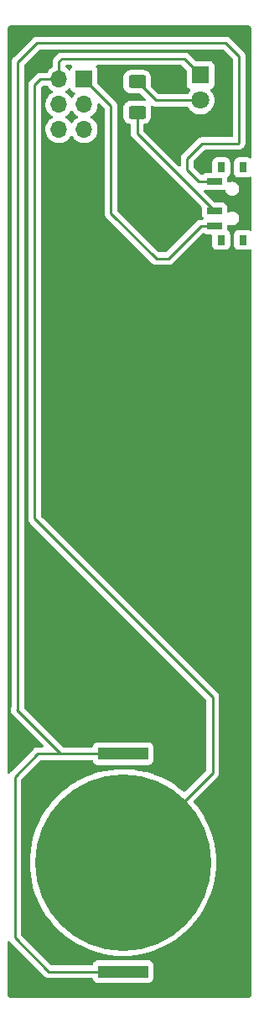
<source format=gbl>
%TF.GenerationSoftware,KiCad,Pcbnew,(7.0.0-0)*%
%TF.CreationDate,2023-07-17T23:39:08-05:00*%
%TF.ProjectId,speaker-SAO,73706561-6b65-4722-9d53-414f2e6b6963,rev?*%
%TF.SameCoordinates,Original*%
%TF.FileFunction,Copper,L2,Bot*%
%TF.FilePolarity,Positive*%
%FSLAX46Y46*%
G04 Gerber Fmt 4.6, Leading zero omitted, Abs format (unit mm)*
G04 Created by KiCad (PCBNEW (7.0.0-0)) date 2023-07-17 23:39:08*
%MOMM*%
%LPD*%
G01*
G04 APERTURE LIST*
G04 Aperture macros list*
%AMRoundRect*
0 Rectangle with rounded corners*
0 $1 Rounding radius*
0 $2 $3 $4 $5 $6 $7 $8 $9 X,Y pos of 4 corners*
0 Add a 4 corners polygon primitive as box body*
4,1,4,$2,$3,$4,$5,$6,$7,$8,$9,$2,$3,0*
0 Add four circle primitives for the rounded corners*
1,1,$1+$1,$2,$3*
1,1,$1+$1,$4,$5*
1,1,$1+$1,$6,$7*
1,1,$1+$1,$8,$9*
0 Add four rect primitives between the rounded corners*
20,1,$1+$1,$2,$3,$4,$5,0*
20,1,$1+$1,$4,$5,$6,$7,0*
20,1,$1+$1,$6,$7,$8,$9,0*
20,1,$1+$1,$8,$9,$2,$3,0*%
G04 Aperture macros list end*
%TA.AperFunction,ComponentPad*%
%ADD10R,1.800000X1.800000*%
%TD*%
%TA.AperFunction,ComponentPad*%
%ADD11C,1.800000*%
%TD*%
%TA.AperFunction,ComponentPad*%
%ADD12R,1.700000X1.700000*%
%TD*%
%TA.AperFunction,ComponentPad*%
%ADD13O,1.700000X1.700000*%
%TD*%
%TA.AperFunction,SMDPad,CuDef*%
%ADD14RoundRect,0.250000X-0.625000X0.400000X-0.625000X-0.400000X0.625000X-0.400000X0.625000X0.400000X0*%
%TD*%
%TA.AperFunction,SMDPad,CuDef*%
%ADD15R,5.080000X1.270000*%
%TD*%
%TA.AperFunction,SMDPad,CuDef*%
%ADD16C,17.800000*%
%TD*%
%TA.AperFunction,SMDPad,CuDef*%
%ADD17R,0.800000X1.000000*%
%TD*%
%TA.AperFunction,SMDPad,CuDef*%
%ADD18R,1.500000X0.700000*%
%TD*%
%TA.AperFunction,Conductor*%
%ADD19C,0.250000*%
%TD*%
G04 APERTURE END LIST*
D10*
X60399999Y-64849999D03*
D11*
X60400000Y-67390000D03*
D12*
X48649999Y-65249999D03*
D13*
X46109999Y-65249999D03*
X48649999Y-67789999D03*
X46109999Y-67789999D03*
X48649999Y-70329999D03*
X46109999Y-70329999D03*
D14*
X54000000Y-65500000D03*
X54000000Y-68600000D03*
D15*
X52577999Y-155192999D03*
X52577999Y-133222999D03*
D16*
X52578000Y-144208000D03*
D17*
X64699999Y-74149999D03*
X62489999Y-74149999D03*
X64699999Y-81449999D03*
X62489999Y-81449999D03*
D18*
X61839999Y-75549999D03*
X61839999Y-78549999D03*
X61839999Y-80049999D03*
D19*
X59050000Y-73250000D02*
X60550000Y-71750000D01*
X46273000Y-133223000D02*
X52578000Y-133223000D01*
X41950000Y-63550000D02*
X41950000Y-128700000D01*
X64200000Y-71750000D02*
X64300000Y-71650000D01*
X41650000Y-135550000D02*
X41650000Y-151800000D01*
X59050000Y-74350000D02*
X59050000Y-73250000D01*
X60550000Y-71750000D02*
X64200000Y-71750000D01*
X62950000Y-61600000D02*
X43900000Y-61600000D01*
X41650000Y-151800000D02*
X45043000Y-155193000D01*
X64300000Y-62950000D02*
X62950000Y-61600000D01*
X41850000Y-128800000D02*
X46273000Y-133223000D01*
X61840000Y-75550000D02*
X60250000Y-75550000D01*
X64300000Y-71650000D02*
X64300000Y-62950000D01*
X46273000Y-133223000D02*
X43977000Y-133223000D01*
X43900000Y-61600000D02*
X41950000Y-63550000D01*
X41950000Y-128700000D02*
X41850000Y-128800000D01*
X60250000Y-75550000D02*
X59050000Y-74350000D01*
X43977000Y-133223000D02*
X41650000Y-135550000D01*
X45043000Y-155193000D02*
X52578000Y-155193000D01*
X61650000Y-135136000D02*
X61650000Y-127550000D01*
X46110000Y-63490000D02*
X46400000Y-63200000D01*
X52578000Y-144208000D02*
X61650000Y-135136000D01*
X61650000Y-127550000D02*
X43650000Y-109550000D01*
X43650000Y-109550000D02*
X43650000Y-65850000D01*
X58750000Y-63200000D02*
X60400000Y-64850000D01*
X46110000Y-65250000D02*
X46110000Y-63490000D01*
X46400000Y-63200000D02*
X58750000Y-63200000D01*
X43650000Y-65850000D02*
X44250000Y-65250000D01*
X44250000Y-65250000D02*
X46110000Y-65250000D01*
X60400000Y-67390000D02*
X55890000Y-67390000D01*
X55890000Y-67390000D02*
X54000000Y-65500000D01*
X55950000Y-83350000D02*
X57150000Y-83350000D01*
X48650000Y-65250000D02*
X51350000Y-67950000D01*
X51350000Y-78750000D02*
X55950000Y-83350000D01*
X57150000Y-83350000D02*
X60450000Y-80050000D01*
X51350000Y-67950000D02*
X51350000Y-78750000D01*
X60450000Y-80050000D02*
X61840000Y-80050000D01*
X61840000Y-78550000D02*
X54000000Y-70710000D01*
X54000000Y-70710000D02*
X54000000Y-68600000D01*
%TA.AperFunction,NonConductor*%
G36*
X47394804Y-63847233D02*
G01*
X47439537Y-63885439D01*
X47462050Y-63939789D01*
X47457434Y-63998436D01*
X47434834Y-64035313D01*
X47436739Y-64036739D01*
X47354510Y-64146582D01*
X47354506Y-64146588D01*
X47349111Y-64153796D01*
X47345964Y-64162231D01*
X47345960Y-64162240D01*
X47305000Y-64272057D01*
X47268468Y-64324095D01*
X47211178Y-64351671D01*
X47147717Y-64347761D01*
X47094244Y-64313361D01*
X47036772Y-64250931D01*
X47036771Y-64250930D01*
X47033240Y-64247094D01*
X46855576Y-64108811D01*
X46851003Y-64106336D01*
X46850995Y-64106331D01*
X46809531Y-64083893D01*
X46761259Y-64037577D01*
X46743500Y-63973079D01*
X46743500Y-63959500D01*
X46760381Y-63896500D01*
X46806500Y-63850381D01*
X46869500Y-63833500D01*
X47337601Y-63833500D01*
X47394804Y-63847233D01*
G37*
%TD.AperFunction*%
%TA.AperFunction,NonConductor*%
G36*
X47268469Y-66175904D02*
G01*
X47305000Y-66227943D01*
X47345959Y-66337757D01*
X47345963Y-66337765D01*
X47349111Y-66346204D01*
X47354508Y-66353414D01*
X47354510Y-66353417D01*
X47430928Y-66455499D01*
X47436739Y-66463261D01*
X47443950Y-66468659D01*
X47541464Y-66541658D01*
X47553796Y-66550889D01*
X47562235Y-66554036D01*
X47562236Y-66554037D01*
X47668806Y-66593786D01*
X47719140Y-66628350D01*
X47747314Y-66682520D01*
X47746711Y-66743576D01*
X47717474Y-66797180D01*
X47577806Y-66948899D01*
X47577802Y-66948902D01*
X47574278Y-66952732D01*
X47571430Y-66957090D01*
X47571427Y-66957095D01*
X47485483Y-67088643D01*
X47439969Y-67130542D01*
X47380000Y-67145728D01*
X47320031Y-67130542D01*
X47274517Y-67088643D01*
X47188572Y-66957095D01*
X47185722Y-66952732D01*
X47124956Y-66886723D01*
X47036772Y-66790930D01*
X47036767Y-66790925D01*
X47033240Y-66787094D01*
X46855576Y-66648811D01*
X46851002Y-66646336D01*
X46850995Y-66646331D01*
X46822320Y-66630814D01*
X46774048Y-66584498D01*
X46756289Y-66520000D01*
X46774048Y-66455502D01*
X46822320Y-66409186D01*
X46850995Y-66393668D01*
X46850994Y-66393668D01*
X46855576Y-66391189D01*
X47033240Y-66252906D01*
X47078227Y-66204038D01*
X47094244Y-66186639D01*
X47147716Y-66152238D01*
X47211178Y-66148328D01*
X47268469Y-66175904D01*
G37*
%TD.AperFunction*%
%TA.AperFunction,NonConductor*%
G36*
X47439968Y-68449457D02*
G01*
X47485481Y-68491354D01*
X47574278Y-68627268D01*
X47577806Y-68631100D01*
X47723227Y-68789069D01*
X47723231Y-68789073D01*
X47726760Y-68792906D01*
X47904424Y-68931189D01*
X47909002Y-68933666D01*
X47909009Y-68933671D01*
X47937680Y-68949187D01*
X47985951Y-68995503D01*
X48003710Y-69060000D01*
X47985951Y-69124497D01*
X47937680Y-69170813D01*
X47909009Y-69186328D01*
X47908993Y-69186338D01*
X47904424Y-69188811D01*
X47900313Y-69192010D01*
X47900311Y-69192012D01*
X47730878Y-69323888D01*
X47730872Y-69323893D01*
X47726760Y-69327094D01*
X47723237Y-69330919D01*
X47723227Y-69330930D01*
X47577806Y-69488899D01*
X47577802Y-69488902D01*
X47574278Y-69492732D01*
X47571430Y-69497090D01*
X47571427Y-69497095D01*
X47485483Y-69628643D01*
X47439969Y-69670542D01*
X47380000Y-69685728D01*
X47320031Y-69670542D01*
X47274517Y-69628643D01*
X47188572Y-69497095D01*
X47185722Y-69492732D01*
X47124956Y-69426723D01*
X47036772Y-69330930D01*
X47036767Y-69330925D01*
X47033240Y-69327094D01*
X46855576Y-69188811D01*
X46851002Y-69186336D01*
X46850995Y-69186331D01*
X46822320Y-69170814D01*
X46774048Y-69124498D01*
X46756289Y-69060000D01*
X46774048Y-68995502D01*
X46822320Y-68949186D01*
X46850990Y-68933671D01*
X46855576Y-68931189D01*
X47033240Y-68792906D01*
X47185722Y-68627268D01*
X47274521Y-68491349D01*
X47320029Y-68449458D01*
X47379998Y-68434271D01*
X47439968Y-68449457D01*
G37*
%TD.AperFunction*%
%TA.AperFunction,NonConductor*%
G36*
X58483624Y-63843091D02*
G01*
X58524501Y-63870405D01*
X58954595Y-64300499D01*
X58981909Y-64341376D01*
X58991500Y-64389594D01*
X58991500Y-65798638D01*
X58991859Y-65801985D01*
X58991860Y-65801988D01*
X58997168Y-65851367D01*
X58997169Y-65851373D01*
X58998011Y-65859201D01*
X59000762Y-65866578D01*
X59000763Y-65866580D01*
X59045962Y-65987763D01*
X59045964Y-65987766D01*
X59049111Y-65996204D01*
X59054508Y-66003414D01*
X59054510Y-66003417D01*
X59117281Y-66087268D01*
X59136739Y-66113261D01*
X59143950Y-66118659D01*
X59205311Y-66164594D01*
X59253796Y-66200889D01*
X59262236Y-66204037D01*
X59262238Y-66204038D01*
X59262241Y-66204039D01*
X59321172Y-66226019D01*
X59371506Y-66260582D01*
X59399681Y-66314752D01*
X59399079Y-66375808D01*
X59369842Y-66429412D01*
X59288214Y-66518084D01*
X59288211Y-66518087D01*
X59284686Y-66521917D01*
X59281838Y-66526275D01*
X59281835Y-66526280D01*
X59168721Y-66699415D01*
X59123207Y-66741314D01*
X59063238Y-66756500D01*
X56204594Y-66756500D01*
X56156376Y-66746909D01*
X56115499Y-66719595D01*
X55420404Y-66024500D01*
X55393090Y-65983623D01*
X55383499Y-65935409D01*
X55383499Y-65049456D01*
X55372887Y-64945574D01*
X55317115Y-64777262D01*
X55300956Y-64751065D01*
X55227883Y-64632595D01*
X55224030Y-64626348D01*
X55098652Y-64500970D01*
X55092404Y-64497116D01*
X54953981Y-64411735D01*
X54953976Y-64411732D01*
X54947738Y-64407885D01*
X54940776Y-64405578D01*
X54940774Y-64405577D01*
X54785951Y-64354275D01*
X54785949Y-64354274D01*
X54779426Y-64352113D01*
X54772589Y-64351414D01*
X54772587Y-64351414D01*
X54678729Y-64341825D01*
X54678723Y-64341824D01*
X54675545Y-64341500D01*
X54672339Y-64341500D01*
X53327661Y-64341500D01*
X53327641Y-64341500D01*
X53324456Y-64341501D01*
X53321279Y-64341825D01*
X53321270Y-64341826D01*
X53227411Y-64351414D01*
X53227405Y-64351415D01*
X53220574Y-64352113D01*
X53214058Y-64354271D01*
X53214049Y-64354274D01*
X53059225Y-64405577D01*
X53059219Y-64405579D01*
X53052262Y-64407885D01*
X53046026Y-64411730D01*
X53046018Y-64411735D01*
X52907595Y-64497116D01*
X52907590Y-64497119D01*
X52901348Y-64500970D01*
X52896158Y-64506159D01*
X52896154Y-64506163D01*
X52781163Y-64621154D01*
X52781159Y-64621158D01*
X52775970Y-64626348D01*
X52772119Y-64632590D01*
X52772116Y-64632595D01*
X52686735Y-64771018D01*
X52686730Y-64771026D01*
X52682885Y-64777262D01*
X52680579Y-64784219D01*
X52680577Y-64784225D01*
X52667672Y-64823172D01*
X52627113Y-64945574D01*
X52616500Y-65049455D01*
X52616500Y-65052659D01*
X52616500Y-65052660D01*
X52616500Y-65947338D01*
X52616500Y-65947357D01*
X52616501Y-65950544D01*
X52616825Y-65953721D01*
X52616826Y-65953729D01*
X52624055Y-66024500D01*
X52627113Y-66054426D01*
X52629272Y-66060943D01*
X52629274Y-66060950D01*
X52678399Y-66209201D01*
X52682885Y-66222738D01*
X52686732Y-66228976D01*
X52686735Y-66228981D01*
X52763489Y-66353417D01*
X52775970Y-66373652D01*
X52901348Y-66499030D01*
X52907596Y-66502883D01*
X52907595Y-66502883D01*
X53046018Y-66588264D01*
X53046020Y-66588265D01*
X53052262Y-66592115D01*
X53220574Y-66647887D01*
X53324455Y-66658500D01*
X54210405Y-66658499D01*
X54258623Y-66668090D01*
X54299500Y-66695404D01*
X54837264Y-67233168D01*
X54868770Y-67285775D01*
X54871712Y-67347024D01*
X54845394Y-67402409D01*
X54796049Y-67438811D01*
X54735364Y-67447611D01*
X54678731Y-67441825D01*
X54678721Y-67441824D01*
X54675545Y-67441500D01*
X54672339Y-67441500D01*
X53327661Y-67441500D01*
X53327641Y-67441500D01*
X53324456Y-67441501D01*
X53321279Y-67441825D01*
X53321270Y-67441826D01*
X53227411Y-67451414D01*
X53227405Y-67451415D01*
X53220574Y-67452113D01*
X53214058Y-67454271D01*
X53214049Y-67454274D01*
X53059225Y-67505577D01*
X53059219Y-67505579D01*
X53052262Y-67507885D01*
X53046026Y-67511730D01*
X53046018Y-67511735D01*
X52907595Y-67597116D01*
X52907590Y-67597119D01*
X52901348Y-67600970D01*
X52896158Y-67606159D01*
X52896154Y-67606163D01*
X52781163Y-67721154D01*
X52781159Y-67721158D01*
X52775970Y-67726348D01*
X52772119Y-67732590D01*
X52772116Y-67732595D01*
X52686735Y-67871018D01*
X52686730Y-67871026D01*
X52682885Y-67877262D01*
X52680579Y-67884219D01*
X52680577Y-67884225D01*
X52629395Y-68038686D01*
X52627113Y-68045574D01*
X52626414Y-68052408D01*
X52626414Y-68052412D01*
X52623536Y-68080585D01*
X52616500Y-68149455D01*
X52616500Y-68152659D01*
X52616500Y-68152660D01*
X52616500Y-69047338D01*
X52616500Y-69047357D01*
X52616501Y-69050544D01*
X52616825Y-69053721D01*
X52616826Y-69053729D01*
X52624055Y-69124498D01*
X52627113Y-69154426D01*
X52629272Y-69160943D01*
X52629274Y-69160950D01*
X52680577Y-69315774D01*
X52682885Y-69322738D01*
X52686732Y-69328976D01*
X52686735Y-69328981D01*
X52772116Y-69467404D01*
X52775970Y-69473652D01*
X52901348Y-69599030D01*
X52907596Y-69602883D01*
X52907595Y-69602883D01*
X53046018Y-69688264D01*
X53046020Y-69688265D01*
X53052262Y-69692115D01*
X53220574Y-69747887D01*
X53253306Y-69751231D01*
X53310756Y-69771984D01*
X53351694Y-69817318D01*
X53366500Y-69876579D01*
X53366500Y-70631233D01*
X53365972Y-70642416D01*
X53364298Y-70649909D01*
X53364547Y-70657833D01*
X53364547Y-70657835D01*
X53366438Y-70717986D01*
X53366500Y-70721945D01*
X53366500Y-70749856D01*
X53366995Y-70753774D01*
X53366997Y-70753806D01*
X53367008Y-70753888D01*
X53367937Y-70765697D01*
X53369077Y-70801969D01*
X53369078Y-70801976D01*
X53369327Y-70809889D01*
X53371537Y-70817498D01*
X53371538Y-70817500D01*
X53374978Y-70829342D01*
X53378986Y-70848693D01*
X53381526Y-70868797D01*
X53384444Y-70876169D01*
X53384445Y-70876170D01*
X53397800Y-70909901D01*
X53401645Y-70921130D01*
X53411771Y-70955986D01*
X53411773Y-70955992D01*
X53413982Y-70963593D01*
X53418014Y-70970411D01*
X53418015Y-70970413D01*
X53424293Y-70981029D01*
X53432990Y-70998782D01*
X53440448Y-71017617D01*
X53445107Y-71024030D01*
X53445108Y-71024031D01*
X53466432Y-71053381D01*
X53472948Y-71063301D01*
X53491422Y-71094538D01*
X53495458Y-71101362D01*
X53501063Y-71106967D01*
X53509778Y-71115682D01*
X53522618Y-71130715D01*
X53523207Y-71131526D01*
X53534528Y-71147107D01*
X53540635Y-71152159D01*
X53540636Y-71152160D01*
X53568598Y-71175292D01*
X53577378Y-71183282D01*
X60544595Y-78150499D01*
X60571909Y-78191376D01*
X60581500Y-78239594D01*
X60581500Y-78948638D01*
X60581859Y-78951985D01*
X60581860Y-78951988D01*
X60587168Y-79001367D01*
X60587169Y-79001373D01*
X60588011Y-79009201D01*
X60590762Y-79016578D01*
X60590763Y-79016580D01*
X60635962Y-79137763D01*
X60635964Y-79137766D01*
X60639111Y-79146204D01*
X60651458Y-79162697D01*
X60690604Y-79214991D01*
X60715235Y-79279270D01*
X60702408Y-79346900D01*
X60655954Y-79397697D01*
X60589736Y-79416500D01*
X60528768Y-79416500D01*
X60517584Y-79415972D01*
X60510092Y-79414298D01*
X60502166Y-79414547D01*
X60442002Y-79416438D01*
X60438044Y-79416500D01*
X60410144Y-79416500D01*
X60406219Y-79416995D01*
X60406198Y-79416997D01*
X60406124Y-79417007D01*
X60394313Y-79417936D01*
X60358034Y-79419076D01*
X60358026Y-79419077D01*
X60350111Y-79419326D01*
X60342500Y-79421536D01*
X60342493Y-79421538D01*
X60330648Y-79424979D01*
X60311303Y-79428985D01*
X60299072Y-79430530D01*
X60299059Y-79430533D01*
X60291203Y-79431526D01*
X60283839Y-79434441D01*
X60283829Y-79434444D01*
X60250092Y-79447802D01*
X60238865Y-79451646D01*
X60204018Y-79461770D01*
X60204013Y-79461772D01*
X60196407Y-79463982D01*
X60189590Y-79468012D01*
X60189581Y-79468017D01*
X60178960Y-79474298D01*
X60161221Y-79482989D01*
X60149749Y-79487531D01*
X60149746Y-79487532D01*
X60142383Y-79490448D01*
X60135976Y-79495102D01*
X60135972Y-79495105D01*
X60106611Y-79516437D01*
X60096693Y-79522951D01*
X60065465Y-79541419D01*
X60065457Y-79541425D01*
X60058638Y-79545458D01*
X60053036Y-79551058D01*
X60053029Y-79551065D01*
X60044308Y-79559786D01*
X60029287Y-79572615D01*
X60019307Y-79579866D01*
X60019298Y-79579873D01*
X60012893Y-79584528D01*
X60007845Y-79590628D01*
X60007836Y-79590638D01*
X59984700Y-79618604D01*
X59976713Y-79627381D01*
X56924500Y-82679595D01*
X56883623Y-82706909D01*
X56835405Y-82716500D01*
X56264595Y-82716500D01*
X56216377Y-82706909D01*
X56175500Y-82679595D01*
X52020405Y-78524500D01*
X51993091Y-78483623D01*
X51983500Y-78435405D01*
X51983500Y-68028768D01*
X51984027Y-68017584D01*
X51985702Y-68010092D01*
X51983561Y-67942001D01*
X51983500Y-67938044D01*
X51983500Y-67914109D01*
X51983500Y-67910144D01*
X51982995Y-67906152D01*
X51982062Y-67894305D01*
X51980674Y-67850111D01*
X51975017Y-67830642D01*
X51971013Y-67811302D01*
X51968474Y-67791203D01*
X51952200Y-67750099D01*
X51948356Y-67738872D01*
X51946532Y-67732595D01*
X51936019Y-67696407D01*
X51925703Y-67678964D01*
X51917005Y-67661209D01*
X51909552Y-67642383D01*
X51883561Y-67606609D01*
X51877055Y-67596705D01*
X51854542Y-67558638D01*
X51840218Y-67544314D01*
X51827382Y-67529286D01*
X51815472Y-67512893D01*
X51809367Y-67507842D01*
X51809360Y-67507835D01*
X51781394Y-67484700D01*
X51772615Y-67476711D01*
X50045405Y-65749500D01*
X50018091Y-65708623D01*
X50008500Y-65660405D01*
X50008500Y-64354731D01*
X50008500Y-64351362D01*
X50001989Y-64290799D01*
X49950889Y-64153796D01*
X49863261Y-64036739D01*
X49863260Y-64036738D01*
X49865165Y-64035313D01*
X49842566Y-63998436D01*
X49837950Y-63939789D01*
X49860463Y-63885439D01*
X49905196Y-63847233D01*
X49962399Y-63833500D01*
X58435406Y-63833500D01*
X58483624Y-63843091D01*
G37*
%TD.AperFunction*%
%TA.AperFunction,NonConductor*%
G36*
X65182896Y-59834708D02*
G01*
X65190870Y-59835892D01*
X65193994Y-59836398D01*
X65271007Y-59849906D01*
X65299361Y-59858411D01*
X65322741Y-59868552D01*
X65331609Y-59872819D01*
X65379052Y-59897991D01*
X65398343Y-59910615D01*
X65421290Y-59928835D01*
X65433499Y-59939905D01*
X65468755Y-59976349D01*
X65479415Y-59988919D01*
X65496866Y-60012459D01*
X65508846Y-60032160D01*
X65532415Y-60080374D01*
X65536408Y-60089429D01*
X65545758Y-60113105D01*
X65553324Y-60141739D01*
X65564269Y-60219117D01*
X65564686Y-60222368D01*
X65565834Y-60232371D01*
X65566657Y-60246739D01*
X65566657Y-73112424D01*
X65547854Y-73178642D01*
X65497057Y-73225096D01*
X65429427Y-73237923D01*
X65365149Y-73213293D01*
X65353416Y-73204510D01*
X65346204Y-73199111D01*
X65337766Y-73195964D01*
X65337763Y-73195962D01*
X65216580Y-73150763D01*
X65216578Y-73150762D01*
X65209201Y-73148011D01*
X65201373Y-73147169D01*
X65201367Y-73147168D01*
X65151988Y-73141860D01*
X65151985Y-73141859D01*
X65148638Y-73141500D01*
X64251362Y-73141500D01*
X64248015Y-73141859D01*
X64248011Y-73141860D01*
X64198632Y-73147168D01*
X64198625Y-73147169D01*
X64190799Y-73148011D01*
X64183423Y-73150761D01*
X64183419Y-73150763D01*
X64062236Y-73195962D01*
X64062230Y-73195965D01*
X64053796Y-73199111D01*
X64046588Y-73204506D01*
X64046582Y-73204510D01*
X63943950Y-73281340D01*
X63943946Y-73281343D01*
X63936739Y-73286739D01*
X63931343Y-73293946D01*
X63931340Y-73293950D01*
X63854510Y-73396582D01*
X63854506Y-73396588D01*
X63849111Y-73403796D01*
X63845965Y-73412230D01*
X63845962Y-73412236D01*
X63800763Y-73533419D01*
X63800761Y-73533423D01*
X63798011Y-73540799D01*
X63797169Y-73548625D01*
X63797168Y-73548632D01*
X63791860Y-73598011D01*
X63791500Y-73601362D01*
X63791500Y-74698638D01*
X63791859Y-74701985D01*
X63791860Y-74701988D01*
X63797168Y-74751367D01*
X63797169Y-74751373D01*
X63798011Y-74759201D01*
X63800762Y-74766578D01*
X63800763Y-74766580D01*
X63845962Y-74887763D01*
X63845964Y-74887766D01*
X63849111Y-74896204D01*
X63854508Y-74903414D01*
X63854510Y-74903417D01*
X63864304Y-74916500D01*
X63936739Y-75013261D01*
X64053796Y-75100889D01*
X64190799Y-75151989D01*
X64251362Y-75158500D01*
X65145269Y-75158500D01*
X65148638Y-75158500D01*
X65209201Y-75151989D01*
X65346204Y-75100889D01*
X65365148Y-75086707D01*
X65429427Y-75062077D01*
X65497057Y-75074904D01*
X65547854Y-75121358D01*
X65566657Y-75187576D01*
X65566657Y-80412424D01*
X65547854Y-80478642D01*
X65497057Y-80525096D01*
X65429427Y-80537923D01*
X65365149Y-80513293D01*
X65353416Y-80504510D01*
X65346204Y-80499111D01*
X65337766Y-80495964D01*
X65337763Y-80495962D01*
X65216580Y-80450763D01*
X65216578Y-80450762D01*
X65209201Y-80448011D01*
X65201373Y-80447169D01*
X65201367Y-80447168D01*
X65151988Y-80441860D01*
X65151985Y-80441859D01*
X65148638Y-80441500D01*
X64251362Y-80441500D01*
X64248015Y-80441859D01*
X64248011Y-80441860D01*
X64198632Y-80447168D01*
X64198625Y-80447169D01*
X64190799Y-80448011D01*
X64183423Y-80450761D01*
X64183419Y-80450763D01*
X64062236Y-80495962D01*
X64062230Y-80495965D01*
X64053796Y-80499111D01*
X64046588Y-80504506D01*
X64046582Y-80504510D01*
X63943950Y-80581340D01*
X63943946Y-80581343D01*
X63936739Y-80586739D01*
X63931343Y-80593946D01*
X63931340Y-80593950D01*
X63854510Y-80696582D01*
X63854506Y-80696588D01*
X63849111Y-80703796D01*
X63845965Y-80712230D01*
X63845962Y-80712236D01*
X63800763Y-80833419D01*
X63800761Y-80833423D01*
X63798011Y-80840799D01*
X63797169Y-80848625D01*
X63797168Y-80848632D01*
X63791860Y-80898011D01*
X63791500Y-80901362D01*
X63791500Y-81998638D01*
X63791859Y-82001985D01*
X63791860Y-82001988D01*
X63797168Y-82051367D01*
X63797169Y-82051373D01*
X63798011Y-82059201D01*
X63800762Y-82066578D01*
X63800763Y-82066580D01*
X63845962Y-82187763D01*
X63845964Y-82187766D01*
X63849111Y-82196204D01*
X63854508Y-82203414D01*
X63854510Y-82203417D01*
X63931340Y-82306049D01*
X63936739Y-82313261D01*
X64053796Y-82400889D01*
X64190799Y-82451989D01*
X64251362Y-82458500D01*
X65145269Y-82458500D01*
X65148638Y-82458500D01*
X65209201Y-82451989D01*
X65346204Y-82400889D01*
X65365148Y-82386707D01*
X65429427Y-82362077D01*
X65497057Y-82374904D01*
X65547854Y-82421358D01*
X65566657Y-82487576D01*
X65566657Y-157491741D01*
X65565578Y-157508194D01*
X65564412Y-157517047D01*
X65563940Y-157520306D01*
X65551711Y-157597512D01*
X65543669Y-157626022D01*
X65533937Y-157649515D01*
X65529795Y-157658499D01*
X65505437Y-157706301D01*
X65493130Y-157725805D01*
X65475305Y-157749032D01*
X65464437Y-157761422D01*
X65428587Y-157797268D01*
X65416194Y-157808136D01*
X65392967Y-157825956D01*
X65373465Y-157838259D01*
X65325663Y-157862611D01*
X65316677Y-157866753D01*
X65293145Y-157876498D01*
X65264677Y-157884529D01*
X65188842Y-157896559D01*
X65185543Y-157897038D01*
X65181227Y-157897606D01*
X65175013Y-157898423D01*
X65158578Y-157899500D01*
X41308258Y-157899500D01*
X41291797Y-157898420D01*
X41290945Y-157898307D01*
X41282933Y-157897252D01*
X41279685Y-157896781D01*
X41202484Y-157884554D01*
X41173979Y-157876515D01*
X41150475Y-157866780D01*
X41141487Y-157862637D01*
X41093684Y-157838280D01*
X41074187Y-157825978D01*
X41050946Y-157808144D01*
X41038561Y-157797282D01*
X41002716Y-157761437D01*
X40991856Y-157749056D01*
X40974016Y-157725805D01*
X40961721Y-157706318D01*
X40937355Y-157658498D01*
X40933218Y-157649523D01*
X40923483Y-157626019D01*
X40915445Y-157597519D01*
X40903211Y-157520274D01*
X40902755Y-157517128D01*
X40901576Y-157508176D01*
X40900500Y-157491743D01*
X40900500Y-152237740D01*
X40917249Y-152174969D01*
X40963043Y-152128886D01*
X41025708Y-152111742D01*
X41088583Y-152128096D01*
X41134953Y-152173600D01*
X41135763Y-152174969D01*
X41145458Y-152191362D01*
X41151063Y-152196967D01*
X41159778Y-152205682D01*
X41172618Y-152220715D01*
X41184528Y-152237107D01*
X41190635Y-152242159D01*
X41190636Y-152242160D01*
X41218598Y-152265292D01*
X41227378Y-152273282D01*
X44539342Y-155585246D01*
X44546884Y-155593533D01*
X44551000Y-155600018D01*
X44556779Y-155605444D01*
X44556780Y-155605446D01*
X44600667Y-155646658D01*
X44603509Y-155649413D01*
X44623231Y-155669135D01*
X44626359Y-155671561D01*
X44626360Y-155671562D01*
X44626414Y-155671604D01*
X44635446Y-155679317D01*
X44667679Y-155709586D01*
X44674624Y-155713404D01*
X44685430Y-155719345D01*
X44701956Y-155730201D01*
X44711690Y-155737751D01*
X44711692Y-155737752D01*
X44717960Y-155742614D01*
X44758530Y-155760170D01*
X44769186Y-155765390D01*
X44807940Y-155786695D01*
X44827566Y-155791734D01*
X44846259Y-155798134D01*
X44864855Y-155806181D01*
X44872686Y-155807421D01*
X44872689Y-155807422D01*
X44889128Y-155810025D01*
X44908525Y-155813097D01*
X44920125Y-155815498D01*
X44962970Y-155826500D01*
X44983224Y-155826500D01*
X45002934Y-155828050D01*
X45022943Y-155831220D01*
X45066961Y-155827058D01*
X45078819Y-155826500D01*
X49411166Y-155826500D01*
X49465547Y-155838839D01*
X49509277Y-155873441D01*
X49533790Y-155923528D01*
X49535168Y-155929361D01*
X49536011Y-155937201D01*
X49538764Y-155944584D01*
X49538765Y-155944585D01*
X49583962Y-156065763D01*
X49583964Y-156065766D01*
X49587111Y-156074204D01*
X49592508Y-156081414D01*
X49592510Y-156081417D01*
X49669340Y-156184049D01*
X49674739Y-156191261D01*
X49791796Y-156278889D01*
X49928799Y-156329989D01*
X49989362Y-156336500D01*
X55163269Y-156336500D01*
X55166638Y-156336500D01*
X55227201Y-156329989D01*
X55364204Y-156278889D01*
X55481261Y-156191261D01*
X55568889Y-156074204D01*
X55619989Y-155937201D01*
X55626500Y-155876638D01*
X55626500Y-154509362D01*
X55619989Y-154448799D01*
X55568889Y-154311796D01*
X55481261Y-154194739D01*
X55474049Y-154189340D01*
X55371417Y-154112510D01*
X55371414Y-154112508D01*
X55364204Y-154107111D01*
X55355766Y-154103964D01*
X55355763Y-154103962D01*
X55234580Y-154058763D01*
X55234578Y-154058762D01*
X55227201Y-154056011D01*
X55219373Y-154055169D01*
X55219367Y-154055168D01*
X55169988Y-154049860D01*
X55169985Y-154049859D01*
X55166638Y-154049500D01*
X49989362Y-154049500D01*
X49986015Y-154049859D01*
X49986011Y-154049860D01*
X49936632Y-154055168D01*
X49936625Y-154055169D01*
X49928799Y-154056011D01*
X49921423Y-154058761D01*
X49921419Y-154058763D01*
X49800236Y-154103962D01*
X49800230Y-154103965D01*
X49791796Y-154107111D01*
X49784588Y-154112506D01*
X49784582Y-154112510D01*
X49681950Y-154189340D01*
X49681946Y-154189343D01*
X49674739Y-154194739D01*
X49669343Y-154201946D01*
X49669340Y-154201950D01*
X49592510Y-154304582D01*
X49592506Y-154304588D01*
X49587111Y-154311796D01*
X49583965Y-154320230D01*
X49583962Y-154320236D01*
X49538765Y-154441414D01*
X49536011Y-154448799D01*
X49535168Y-154456638D01*
X49533790Y-154462472D01*
X49509277Y-154512559D01*
X49465547Y-154547161D01*
X49411166Y-154559500D01*
X45357594Y-154559500D01*
X45309376Y-154549909D01*
X45268499Y-154522595D01*
X42320405Y-151574500D01*
X42293091Y-151533623D01*
X42283500Y-151485405D01*
X42283500Y-135864594D01*
X42293091Y-135816376D01*
X42320405Y-135775499D01*
X44202500Y-133893405D01*
X44243377Y-133866091D01*
X44291595Y-133856500D01*
X46192970Y-133856500D01*
X46213224Y-133856500D01*
X46232934Y-133858050D01*
X46252943Y-133861220D01*
X46296961Y-133857058D01*
X46308819Y-133856500D01*
X46312856Y-133856500D01*
X49411166Y-133856500D01*
X49465547Y-133868839D01*
X49509277Y-133903441D01*
X49533790Y-133953528D01*
X49535168Y-133959361D01*
X49536011Y-133967201D01*
X49538764Y-133974584D01*
X49538765Y-133974585D01*
X49583962Y-134095763D01*
X49583964Y-134095766D01*
X49587111Y-134104204D01*
X49592508Y-134111414D01*
X49592510Y-134111417D01*
X49669340Y-134214049D01*
X49674739Y-134221261D01*
X49791796Y-134308889D01*
X49928799Y-134359989D01*
X49989362Y-134366500D01*
X55163269Y-134366500D01*
X55166638Y-134366500D01*
X55227201Y-134359989D01*
X55364204Y-134308889D01*
X55481261Y-134221261D01*
X55568889Y-134104204D01*
X55619989Y-133967201D01*
X55626500Y-133906638D01*
X55626500Y-132539362D01*
X55619989Y-132478799D01*
X55568889Y-132341796D01*
X55481261Y-132224739D01*
X55474049Y-132219340D01*
X55371417Y-132142510D01*
X55371414Y-132142508D01*
X55364204Y-132137111D01*
X55355766Y-132133964D01*
X55355763Y-132133962D01*
X55234580Y-132088763D01*
X55234578Y-132088762D01*
X55227201Y-132086011D01*
X55219373Y-132085169D01*
X55219367Y-132085168D01*
X55169988Y-132079860D01*
X55169985Y-132079859D01*
X55166638Y-132079500D01*
X49989362Y-132079500D01*
X49986015Y-132079859D01*
X49986011Y-132079860D01*
X49936632Y-132085168D01*
X49936625Y-132085169D01*
X49928799Y-132086011D01*
X49921423Y-132088761D01*
X49921419Y-132088763D01*
X49800236Y-132133962D01*
X49800230Y-132133965D01*
X49791796Y-132137111D01*
X49784588Y-132142506D01*
X49784582Y-132142510D01*
X49681950Y-132219340D01*
X49681946Y-132219343D01*
X49674739Y-132224739D01*
X49669343Y-132231946D01*
X49669340Y-132231950D01*
X49592510Y-132334582D01*
X49592506Y-132334588D01*
X49587111Y-132341796D01*
X49583965Y-132350230D01*
X49583962Y-132350236D01*
X49538765Y-132471414D01*
X49536011Y-132478799D01*
X49535168Y-132486638D01*
X49533790Y-132492472D01*
X49509277Y-132542559D01*
X49465547Y-132577161D01*
X49411166Y-132589500D01*
X46587594Y-132589500D01*
X46539376Y-132579909D01*
X46498499Y-132552595D01*
X42620405Y-128674500D01*
X42593091Y-128633623D01*
X42583500Y-128585405D01*
X42583500Y-63864594D01*
X42593091Y-63816376D01*
X42620405Y-63775499D01*
X44125499Y-62270405D01*
X44166376Y-62243091D01*
X44214594Y-62233500D01*
X62635406Y-62233500D01*
X62683624Y-62243091D01*
X62724501Y-62270405D01*
X63629595Y-63175499D01*
X63656909Y-63216376D01*
X63666500Y-63264594D01*
X63666500Y-70990500D01*
X63649619Y-71053500D01*
X63603500Y-71099619D01*
X63540500Y-71116500D01*
X60628763Y-71116500D01*
X60617579Y-71115972D01*
X60610091Y-71114299D01*
X60602176Y-71114547D01*
X60602168Y-71114547D01*
X60542033Y-71116438D01*
X60538075Y-71116500D01*
X60510144Y-71116500D01*
X60506232Y-71116993D01*
X60506199Y-71116996D01*
X60506101Y-71117009D01*
X60494300Y-71117937D01*
X60458030Y-71119077D01*
X60458022Y-71119078D01*
X60450110Y-71119327D01*
X60442504Y-71121536D01*
X60442501Y-71121537D01*
X60430655Y-71124979D01*
X60411306Y-71128986D01*
X60399062Y-71130533D01*
X60391203Y-71131526D01*
X60383841Y-71134440D01*
X60383832Y-71134443D01*
X60350097Y-71147800D01*
X60338870Y-71151645D01*
X60304012Y-71161772D01*
X60304008Y-71161773D01*
X60296407Y-71163982D01*
X60289593Y-71168011D01*
X60289585Y-71168015D01*
X60278961Y-71174298D01*
X60261220Y-71182989D01*
X60249759Y-71187527D01*
X60249755Y-71187528D01*
X60242383Y-71190448D01*
X60235967Y-71195109D01*
X60235964Y-71195111D01*
X60206625Y-71216427D01*
X60196707Y-71222943D01*
X60165459Y-71241423D01*
X60165456Y-71241425D01*
X60158637Y-71245458D01*
X60153036Y-71251057D01*
X60153029Y-71251064D01*
X60144304Y-71259789D01*
X60129282Y-71272618D01*
X60119311Y-71279863D01*
X60119302Y-71279871D01*
X60112893Y-71284528D01*
X60107846Y-71290628D01*
X60107838Y-71290636D01*
X60084710Y-71318593D01*
X60076723Y-71327370D01*
X58657742Y-72746351D01*
X58649459Y-72753888D01*
X58642982Y-72758000D01*
X58637563Y-72763769D01*
X58637555Y-72763777D01*
X58596370Y-72807635D01*
X58593621Y-72810472D01*
X58576667Y-72827427D01*
X58576660Y-72827434D01*
X58573865Y-72830230D01*
X58571442Y-72833352D01*
X58571426Y-72833371D01*
X58571365Y-72833451D01*
X58563690Y-72842435D01*
X58538838Y-72868902D01*
X58538835Y-72868904D01*
X58533414Y-72874679D01*
X58529600Y-72881614D01*
X58529592Y-72881627D01*
X58523650Y-72892436D01*
X58512803Y-72908949D01*
X58505243Y-72918695D01*
X58505237Y-72918704D01*
X58500386Y-72924959D01*
X58497242Y-72932223D01*
X58497238Y-72932231D01*
X58482824Y-72965540D01*
X58477604Y-72976195D01*
X58460125Y-73007989D01*
X58460121Y-73007997D01*
X58456305Y-73014940D01*
X58454333Y-73022616D01*
X58454331Y-73022624D01*
X58451266Y-73034562D01*
X58444865Y-73053259D01*
X58439968Y-73064576D01*
X58439966Y-73064581D01*
X58436819Y-73071855D01*
X58435579Y-73079680D01*
X58435577Y-73079689D01*
X58429901Y-73115524D01*
X58427495Y-73127144D01*
X58418471Y-73162289D01*
X58418469Y-73162297D01*
X58416500Y-73169970D01*
X58416500Y-73177899D01*
X58416500Y-73190224D01*
X58414949Y-73209935D01*
X58413019Y-73222114D01*
X58413018Y-73222121D01*
X58411780Y-73229943D01*
X58412525Y-73237826D01*
X58412525Y-73237834D01*
X58415941Y-73273961D01*
X58416500Y-73285819D01*
X58416500Y-73926405D01*
X58402767Y-73983608D01*
X58364561Y-74028341D01*
X58310211Y-74050854D01*
X58251564Y-74046238D01*
X58201405Y-74015500D01*
X54670405Y-70484500D01*
X54643091Y-70443623D01*
X54633500Y-70395405D01*
X54633500Y-69876579D01*
X54648306Y-69817318D01*
X54689244Y-69771984D01*
X54746694Y-69751231D01*
X54756985Y-69750179D01*
X54779426Y-69747887D01*
X54947738Y-69692115D01*
X55098652Y-69599030D01*
X55224030Y-69473652D01*
X55317115Y-69322738D01*
X55372887Y-69154426D01*
X55383500Y-69050545D01*
X55383499Y-68149456D01*
X55374258Y-68058998D01*
X55386142Y-67991406D01*
X55431688Y-67940067D01*
X55497386Y-67920215D01*
X55561923Y-67937258D01*
X55564960Y-67939614D01*
X55605530Y-67957170D01*
X55616186Y-67962390D01*
X55654940Y-67983695D01*
X55674566Y-67988734D01*
X55693259Y-67995134D01*
X55711855Y-68003181D01*
X55719686Y-68004421D01*
X55719689Y-68004422D01*
X55736128Y-68007025D01*
X55755525Y-68010097D01*
X55767125Y-68012498D01*
X55809970Y-68023500D01*
X55830224Y-68023500D01*
X55849934Y-68025050D01*
X55869943Y-68028220D01*
X55913961Y-68024058D01*
X55925819Y-68023500D01*
X59063238Y-68023500D01*
X59123207Y-68038686D01*
X59168721Y-68080585D01*
X59284686Y-68258083D01*
X59288214Y-68261915D01*
X59439247Y-68425981D01*
X59439252Y-68425985D01*
X59442780Y-68429818D01*
X59626983Y-68573190D01*
X59832273Y-68684287D01*
X60053049Y-68760080D01*
X60283288Y-68798500D01*
X60511501Y-68798500D01*
X60516712Y-68798500D01*
X60746951Y-68760080D01*
X60967727Y-68684287D01*
X61173017Y-68573190D01*
X61357220Y-68429818D01*
X61515314Y-68258083D01*
X61642984Y-68062669D01*
X61736749Y-67848907D01*
X61794051Y-67622626D01*
X61813327Y-67390000D01*
X61794051Y-67157374D01*
X61736749Y-66931093D01*
X61642984Y-66717331D01*
X61515314Y-66521917D01*
X61430157Y-66429412D01*
X61400921Y-66375809D01*
X61400318Y-66314752D01*
X61428493Y-66260582D01*
X61478827Y-66226019D01*
X61546204Y-66200889D01*
X61663261Y-66113261D01*
X61750889Y-65996204D01*
X61801989Y-65859201D01*
X61808500Y-65798638D01*
X61808500Y-63901362D01*
X61801989Y-63840799D01*
X61750889Y-63703796D01*
X61663261Y-63586739D01*
X61581882Y-63525819D01*
X61553417Y-63504510D01*
X61553414Y-63504508D01*
X61546204Y-63499111D01*
X61537766Y-63495964D01*
X61537763Y-63495962D01*
X61416580Y-63450763D01*
X61416578Y-63450762D01*
X61409201Y-63448011D01*
X61401373Y-63447169D01*
X61401367Y-63447168D01*
X61351988Y-63441860D01*
X61351985Y-63441859D01*
X61348638Y-63441500D01*
X61345269Y-63441500D01*
X59939595Y-63441500D01*
X59891377Y-63431909D01*
X59850500Y-63404595D01*
X59253646Y-62807741D01*
X59246112Y-62799463D01*
X59242000Y-62792982D01*
X59192348Y-62746356D01*
X59189506Y-62743601D01*
X59172574Y-62726669D01*
X59169770Y-62723865D01*
X59166575Y-62721386D01*
X59157554Y-62713682D01*
X59139157Y-62696407D01*
X59125321Y-62683414D01*
X59118377Y-62679596D01*
X59118371Y-62679592D01*
X59107566Y-62673652D01*
X59091047Y-62662801D01*
X59075041Y-62650386D01*
X59067766Y-62647238D01*
X59067763Y-62647236D01*
X59034466Y-62632828D01*
X59023804Y-62627605D01*
X58992007Y-62610124D01*
X58992005Y-62610123D01*
X58985060Y-62606305D01*
X58977383Y-62604334D01*
X58977381Y-62604333D01*
X58965438Y-62601267D01*
X58946734Y-62594863D01*
X58935420Y-62589967D01*
X58935418Y-62589966D01*
X58928145Y-62586819D01*
X58920319Y-62585579D01*
X58920318Y-62585579D01*
X58884475Y-62579902D01*
X58872859Y-62577496D01*
X58830030Y-62566500D01*
X58822101Y-62566500D01*
X58809776Y-62566500D01*
X58790065Y-62564949D01*
X58777885Y-62563019D01*
X58777878Y-62563018D01*
X58770057Y-62561780D01*
X58762173Y-62562525D01*
X58762165Y-62562525D01*
X58726039Y-62565941D01*
X58714181Y-62566500D01*
X46478767Y-62566500D01*
X46467583Y-62565972D01*
X46460091Y-62564298D01*
X46452165Y-62564547D01*
X46392001Y-62566438D01*
X46388043Y-62566500D01*
X46360144Y-62566500D01*
X46356219Y-62566995D01*
X46356198Y-62566997D01*
X46356124Y-62567007D01*
X46344313Y-62567936D01*
X46308034Y-62569076D01*
X46308026Y-62569077D01*
X46300111Y-62569326D01*
X46292500Y-62571536D01*
X46292493Y-62571538D01*
X46280648Y-62574979D01*
X46261303Y-62578985D01*
X46249072Y-62580530D01*
X46249059Y-62580533D01*
X46241203Y-62581526D01*
X46233839Y-62584441D01*
X46233829Y-62584444D01*
X46200092Y-62597802D01*
X46188865Y-62601646D01*
X46154018Y-62611770D01*
X46154013Y-62611772D01*
X46146407Y-62613982D01*
X46139590Y-62618012D01*
X46139581Y-62618017D01*
X46128960Y-62624298D01*
X46111221Y-62632989D01*
X46099749Y-62637531D01*
X46099746Y-62637532D01*
X46092383Y-62640448D01*
X46085976Y-62645102D01*
X46085972Y-62645105D01*
X46056611Y-62666437D01*
X46046693Y-62672951D01*
X46015465Y-62691419D01*
X46015457Y-62691425D01*
X46008638Y-62695458D01*
X46003036Y-62701058D01*
X46003029Y-62701065D01*
X45994308Y-62709786D01*
X45979287Y-62722615D01*
X45969307Y-62729866D01*
X45969298Y-62729873D01*
X45962893Y-62734528D01*
X45957847Y-62740627D01*
X45957841Y-62740633D01*
X45934707Y-62768597D01*
X45926719Y-62777375D01*
X45717738Y-62986355D01*
X45709458Y-62993889D01*
X45702982Y-62998000D01*
X45665988Y-63037393D01*
X45656370Y-63047636D01*
X45653621Y-63050472D01*
X45636667Y-63067427D01*
X45636660Y-63067434D01*
X45633865Y-63070230D01*
X45631442Y-63073352D01*
X45631426Y-63073371D01*
X45631365Y-63073451D01*
X45623690Y-63082435D01*
X45598838Y-63108902D01*
X45598835Y-63108904D01*
X45593414Y-63114679D01*
X45589600Y-63121614D01*
X45589592Y-63121627D01*
X45583650Y-63132436D01*
X45572803Y-63148949D01*
X45565243Y-63158695D01*
X45565237Y-63158704D01*
X45560386Y-63164959D01*
X45557242Y-63172223D01*
X45557238Y-63172231D01*
X45542824Y-63205540D01*
X45537604Y-63216195D01*
X45520125Y-63247989D01*
X45520121Y-63247997D01*
X45516305Y-63254940D01*
X45514333Y-63262616D01*
X45514331Y-63262624D01*
X45511266Y-63274562D01*
X45504865Y-63293259D01*
X45499968Y-63304576D01*
X45499966Y-63304581D01*
X45496819Y-63311855D01*
X45495579Y-63319680D01*
X45495577Y-63319689D01*
X45489901Y-63355524D01*
X45487495Y-63367144D01*
X45478471Y-63402289D01*
X45478469Y-63402297D01*
X45476500Y-63409970D01*
X45476500Y-63417899D01*
X45476500Y-63430224D01*
X45474949Y-63449935D01*
X45473019Y-63462114D01*
X45473018Y-63462121D01*
X45471780Y-63469943D01*
X45472525Y-63477826D01*
X45472525Y-63477834D01*
X45475941Y-63513961D01*
X45476500Y-63525819D01*
X45476500Y-63973079D01*
X45458741Y-64037577D01*
X45410469Y-64083893D01*
X45369004Y-64106331D01*
X45368991Y-64106339D01*
X45364424Y-64108811D01*
X45360313Y-64112010D01*
X45360311Y-64112012D01*
X45190878Y-64243888D01*
X45190872Y-64243893D01*
X45186760Y-64247094D01*
X45183237Y-64250919D01*
X45183227Y-64250930D01*
X45037806Y-64408899D01*
X45037802Y-64408902D01*
X45034278Y-64412732D01*
X44976630Y-64500970D01*
X44938445Y-64559416D01*
X44892931Y-64601314D01*
X44832962Y-64616500D01*
X44328767Y-64616500D01*
X44317583Y-64615972D01*
X44310091Y-64614298D01*
X44302165Y-64614547D01*
X44242014Y-64616438D01*
X44238055Y-64616500D01*
X44210144Y-64616500D01*
X44206218Y-64616995D01*
X44206200Y-64616997D01*
X44206108Y-64617009D01*
X44194303Y-64617937D01*
X44158030Y-64619077D01*
X44158022Y-64619078D01*
X44150110Y-64619327D01*
X44142503Y-64621536D01*
X44142502Y-64621537D01*
X44130655Y-64624979D01*
X44111306Y-64628986D01*
X44099062Y-64630533D01*
X44091203Y-64631526D01*
X44083841Y-64634440D01*
X44083832Y-64634443D01*
X44050097Y-64647800D01*
X44038870Y-64651645D01*
X44004012Y-64661772D01*
X44004008Y-64661773D01*
X43996407Y-64663982D01*
X43989591Y-64668012D01*
X43989583Y-64668016D01*
X43978960Y-64674298D01*
X43961221Y-64682989D01*
X43949749Y-64687531D01*
X43949746Y-64687532D01*
X43942383Y-64690448D01*
X43935976Y-64695102D01*
X43935972Y-64695105D01*
X43906611Y-64716437D01*
X43896693Y-64722951D01*
X43865465Y-64741419D01*
X43865457Y-64741425D01*
X43858638Y-64745458D01*
X43853036Y-64751058D01*
X43853029Y-64751065D01*
X43844308Y-64759786D01*
X43829287Y-64772615D01*
X43819307Y-64779866D01*
X43819298Y-64779873D01*
X43812893Y-64784528D01*
X43807845Y-64790628D01*
X43807836Y-64790638D01*
X43784705Y-64818598D01*
X43776718Y-64827376D01*
X43257738Y-65346355D01*
X43249458Y-65353889D01*
X43242982Y-65358000D01*
X43237561Y-65363773D01*
X43196370Y-65407636D01*
X43193621Y-65410472D01*
X43176667Y-65427427D01*
X43176660Y-65427434D01*
X43173865Y-65430230D01*
X43171442Y-65433352D01*
X43171426Y-65433371D01*
X43171365Y-65433451D01*
X43163690Y-65442435D01*
X43138838Y-65468902D01*
X43138835Y-65468904D01*
X43133414Y-65474679D01*
X43129600Y-65481614D01*
X43129592Y-65481627D01*
X43123650Y-65492436D01*
X43112803Y-65508949D01*
X43105243Y-65518695D01*
X43105237Y-65518704D01*
X43100386Y-65524959D01*
X43097242Y-65532223D01*
X43097238Y-65532231D01*
X43082824Y-65565540D01*
X43077604Y-65576195D01*
X43060125Y-65607989D01*
X43060121Y-65607997D01*
X43056305Y-65614940D01*
X43054333Y-65622616D01*
X43054331Y-65622624D01*
X43051266Y-65634562D01*
X43044865Y-65653259D01*
X43039968Y-65664576D01*
X43039966Y-65664581D01*
X43036819Y-65671855D01*
X43035579Y-65679680D01*
X43035577Y-65679689D01*
X43029901Y-65715524D01*
X43027495Y-65727144D01*
X43018471Y-65762289D01*
X43018469Y-65762297D01*
X43016500Y-65769970D01*
X43016500Y-65777899D01*
X43016500Y-65790224D01*
X43014949Y-65809935D01*
X43013019Y-65822114D01*
X43013018Y-65822121D01*
X43011780Y-65829943D01*
X43012525Y-65837826D01*
X43012525Y-65837834D01*
X43015941Y-65873961D01*
X43016500Y-65885819D01*
X43016500Y-109471233D01*
X43015972Y-109482416D01*
X43014298Y-109489909D01*
X43014547Y-109497833D01*
X43014547Y-109497835D01*
X43016438Y-109557986D01*
X43016500Y-109561945D01*
X43016500Y-109589856D01*
X43016995Y-109593774D01*
X43016997Y-109593806D01*
X43017008Y-109593888D01*
X43017937Y-109605697D01*
X43019077Y-109641969D01*
X43019078Y-109641976D01*
X43019327Y-109649889D01*
X43021537Y-109657498D01*
X43021538Y-109657500D01*
X43024978Y-109669342D01*
X43028986Y-109688693D01*
X43031526Y-109708797D01*
X43034444Y-109716169D01*
X43034445Y-109716170D01*
X43047800Y-109749901D01*
X43051645Y-109761130D01*
X43061771Y-109795986D01*
X43061773Y-109795992D01*
X43063982Y-109803593D01*
X43068014Y-109810411D01*
X43068015Y-109810413D01*
X43074293Y-109821029D01*
X43082990Y-109838782D01*
X43090448Y-109857617D01*
X43095107Y-109864030D01*
X43095108Y-109864031D01*
X43116432Y-109893381D01*
X43122948Y-109903301D01*
X43141422Y-109934538D01*
X43145458Y-109941362D01*
X43151063Y-109946967D01*
X43159778Y-109955682D01*
X43172618Y-109970715D01*
X43184528Y-109987107D01*
X43190635Y-109992159D01*
X43190636Y-109992160D01*
X43218598Y-110015292D01*
X43227378Y-110023282D01*
X60979595Y-127775500D01*
X61006909Y-127816377D01*
X61016500Y-127864595D01*
X61016500Y-134821405D01*
X61006909Y-134869623D01*
X60979595Y-134910500D01*
X58851682Y-137038411D01*
X58799163Y-137069890D01*
X58738006Y-137072895D01*
X58682657Y-137046717D01*
X58308600Y-136739737D01*
X57807883Y-136380928D01*
X57284770Y-136055635D01*
X57282950Y-136054662D01*
X56743329Y-135766229D01*
X56743315Y-135766222D01*
X56741502Y-135765253D01*
X56438579Y-135628000D01*
X56182274Y-135511869D01*
X56182264Y-135511864D01*
X56180406Y-135511023D01*
X56134037Y-135493571D01*
X55605819Y-135294763D01*
X55605801Y-135294756D01*
X55603883Y-135294035D01*
X55601923Y-135293440D01*
X55601910Y-135293436D01*
X55016361Y-135115813D01*
X55016362Y-135115813D01*
X55014403Y-135115219D01*
X54793781Y-135063777D01*
X54416513Y-134975810D01*
X54416499Y-134975807D01*
X54414491Y-134975339D01*
X54412462Y-134975004D01*
X54412447Y-134975001D01*
X53808762Y-134875332D01*
X53808758Y-134875331D01*
X53806714Y-134874994D01*
X53752181Y-134869623D01*
X53195716Y-134814816D01*
X53195715Y-134814815D01*
X53193675Y-134814615D01*
X53191643Y-134814548D01*
X53191636Y-134814548D01*
X52580047Y-134794527D01*
X52578000Y-134794460D01*
X52575953Y-134794527D01*
X51964363Y-134814548D01*
X51964354Y-134814548D01*
X51962325Y-134814615D01*
X51960286Y-134814815D01*
X51960283Y-134814816D01*
X51351356Y-134874790D01*
X51351352Y-134874790D01*
X51349286Y-134874994D01*
X51347245Y-134875330D01*
X51347237Y-134875332D01*
X50743552Y-134975001D01*
X50743531Y-134975005D01*
X50741509Y-134975339D01*
X50739506Y-134975805D01*
X50739486Y-134975810D01*
X50206057Y-135100189D01*
X50141597Y-135115219D01*
X50139645Y-135115811D01*
X50139638Y-135115813D01*
X49554089Y-135293436D01*
X49554066Y-135293443D01*
X49552117Y-135294035D01*
X49550208Y-135294753D01*
X49550180Y-135294763D01*
X48977514Y-135510300D01*
X48977504Y-135510303D01*
X48975594Y-135511023D01*
X48973746Y-135511860D01*
X48973725Y-135511869D01*
X48416382Y-135764399D01*
X48416372Y-135764403D01*
X48414498Y-135765253D01*
X48412696Y-135766216D01*
X48412670Y-135766229D01*
X47873049Y-136054662D01*
X47873032Y-136054671D01*
X47871230Y-136055635D01*
X47869491Y-136056715D01*
X47869476Y-136056725D01*
X47349875Y-136379834D01*
X47349857Y-136379845D01*
X47348117Y-136380928D01*
X47346454Y-136382118D01*
X47346437Y-136382131D01*
X46849059Y-136738547D01*
X46849035Y-136738564D01*
X46847400Y-136739737D01*
X46845832Y-136741023D01*
X46845820Y-136741033D01*
X46372813Y-137129219D01*
X46372789Y-137129239D01*
X46371222Y-137130526D01*
X46369737Y-137131916D01*
X46369722Y-137131930D01*
X45923104Y-137550233D01*
X45923088Y-137550248D01*
X45921622Y-137551622D01*
X45920248Y-137553088D01*
X45920233Y-137553104D01*
X45501930Y-137999722D01*
X45501916Y-137999737D01*
X45500526Y-138001222D01*
X45499239Y-138002789D01*
X45499219Y-138002813D01*
X45111033Y-138475820D01*
X45111023Y-138475832D01*
X45109737Y-138477400D01*
X45108564Y-138479035D01*
X45108547Y-138479059D01*
X44752131Y-138976437D01*
X44752118Y-138976454D01*
X44750928Y-138978117D01*
X44749845Y-138979857D01*
X44749834Y-138979875D01*
X44426725Y-139499476D01*
X44426715Y-139499491D01*
X44425635Y-139501230D01*
X44424671Y-139503032D01*
X44424662Y-139503049D01*
X44136229Y-140042670D01*
X44136216Y-140042696D01*
X44135253Y-140044498D01*
X44134403Y-140046372D01*
X44134399Y-140046382D01*
X43881869Y-140603725D01*
X43881860Y-140603746D01*
X43881023Y-140605594D01*
X43880303Y-140607504D01*
X43880300Y-140607514D01*
X43664763Y-141180180D01*
X43664753Y-141180208D01*
X43664035Y-141182117D01*
X43663443Y-141184066D01*
X43663436Y-141184089D01*
X43485813Y-141769638D01*
X43485219Y-141771597D01*
X43484751Y-141773603D01*
X43484751Y-141773604D01*
X43345810Y-142369486D01*
X43345805Y-142369506D01*
X43345339Y-142371509D01*
X43345005Y-142373531D01*
X43345001Y-142373552D01*
X43245332Y-142977237D01*
X43244994Y-142979286D01*
X43184615Y-143592325D01*
X43164460Y-144208000D01*
X43184615Y-144823675D01*
X43244994Y-145436714D01*
X43245331Y-145438758D01*
X43245332Y-145438762D01*
X43345001Y-146042447D01*
X43345004Y-146042462D01*
X43345339Y-146044491D01*
X43485219Y-146644403D01*
X43664035Y-147233883D01*
X43664756Y-147235801D01*
X43664763Y-147235819D01*
X43875954Y-147796939D01*
X43881023Y-147810406D01*
X44135253Y-148371502D01*
X44136222Y-148373315D01*
X44136229Y-148373329D01*
X44424662Y-148912950D01*
X44425635Y-148914770D01*
X44750928Y-149437883D01*
X45109737Y-149938600D01*
X45500526Y-150414778D01*
X45921622Y-150864378D01*
X46371222Y-151285474D01*
X46847400Y-151676263D01*
X47348117Y-152035072D01*
X47871230Y-152360365D01*
X48414498Y-152650747D01*
X48975594Y-152904977D01*
X49552117Y-153121965D01*
X50141597Y-153300781D01*
X50741509Y-153440661D01*
X51349286Y-153541006D01*
X51962325Y-153601385D01*
X52578000Y-153621540D01*
X53193675Y-153601385D01*
X53806714Y-153541006D01*
X54414491Y-153440661D01*
X55014403Y-153300781D01*
X55603883Y-153121965D01*
X56180406Y-152904977D01*
X56741502Y-152650747D01*
X57284770Y-152360365D01*
X57807883Y-152035072D01*
X58308600Y-151676263D01*
X58784778Y-151285474D01*
X59234378Y-150864378D01*
X59655474Y-150414778D01*
X60046263Y-149938600D01*
X60405072Y-149437883D01*
X60730365Y-148914770D01*
X61020747Y-148371502D01*
X61274977Y-147810406D01*
X61491965Y-147233883D01*
X61670781Y-146644403D01*
X61810661Y-146044491D01*
X61911006Y-145436714D01*
X61971385Y-144823675D01*
X61991540Y-144208000D01*
X61971385Y-143592325D01*
X61911006Y-142979286D01*
X61810661Y-142371509D01*
X61670781Y-141771597D01*
X61491965Y-141182117D01*
X61274977Y-140605594D01*
X61020747Y-140044498D01*
X60730365Y-139501230D01*
X60405072Y-138978117D01*
X60046263Y-138477400D01*
X59739282Y-138103343D01*
X59713103Y-138047991D01*
X59716108Y-137986834D01*
X59747585Y-137934317D01*
X62042259Y-135639643D01*
X62050533Y-135632114D01*
X62057018Y-135628000D01*
X62103676Y-135578312D01*
X62106368Y-135575534D01*
X62126134Y-135555770D01*
X62128601Y-135552588D01*
X62136310Y-135543561D01*
X62166586Y-135511321D01*
X62176345Y-135493567D01*
X62187199Y-135477043D01*
X62199613Y-135461041D01*
X62217167Y-135420475D01*
X62222392Y-135409808D01*
X62239875Y-135378008D01*
X62239874Y-135378008D01*
X62243695Y-135371060D01*
X62248732Y-135351442D01*
X62255138Y-135332730D01*
X62263181Y-135314145D01*
X62270099Y-135270456D01*
X62272503Y-135258856D01*
X62281207Y-135224959D01*
X62283500Y-135216030D01*
X62283500Y-135195769D01*
X62285051Y-135176058D01*
X62288219Y-135156057D01*
X62286523Y-135138119D01*
X62284059Y-135112046D01*
X62283500Y-135100189D01*
X62283500Y-127628767D01*
X62284027Y-127617583D01*
X62285702Y-127610091D01*
X62283562Y-127542014D01*
X62283500Y-127538055D01*
X62283500Y-127514108D01*
X62283500Y-127510144D01*
X62282994Y-127506147D01*
X62282061Y-127494297D01*
X62280673Y-127450110D01*
X62275020Y-127430656D01*
X62271012Y-127411297D01*
X62268474Y-127391203D01*
X62252197Y-127350093D01*
X62248351Y-127338860D01*
X62238230Y-127304022D01*
X62236018Y-127296407D01*
X62225708Y-127278973D01*
X62217007Y-127261213D01*
X62209552Y-127242383D01*
X62183565Y-127206616D01*
X62177047Y-127196693D01*
X62158578Y-127165463D01*
X62154542Y-127158638D01*
X62140218Y-127144314D01*
X62127382Y-127129286D01*
X62115472Y-127112893D01*
X62109367Y-127107842D01*
X62109360Y-127107835D01*
X62081394Y-127084700D01*
X62072615Y-127076711D01*
X44320405Y-109324500D01*
X44293091Y-109283623D01*
X44283500Y-109235405D01*
X44283500Y-66164594D01*
X44293091Y-66116376D01*
X44320405Y-66075499D01*
X44475499Y-65920405D01*
X44516376Y-65893091D01*
X44564594Y-65883500D01*
X44832962Y-65883500D01*
X44892931Y-65898686D01*
X44938444Y-65940583D01*
X45034278Y-66087268D01*
X45061074Y-66116376D01*
X45183227Y-66249069D01*
X45183231Y-66249073D01*
X45186760Y-66252906D01*
X45364424Y-66391189D01*
X45397680Y-66409186D01*
X45445950Y-66455499D01*
X45463710Y-66519996D01*
X45445953Y-66584494D01*
X45397683Y-66630811D01*
X45369005Y-66646331D01*
X45368997Y-66646336D01*
X45364424Y-66648811D01*
X45360313Y-66652010D01*
X45360311Y-66652012D01*
X45190878Y-66783888D01*
X45190872Y-66783893D01*
X45186760Y-66787094D01*
X45183237Y-66790919D01*
X45183227Y-66790930D01*
X45037806Y-66948899D01*
X45037802Y-66948902D01*
X45034278Y-66952732D01*
X45031430Y-66957090D01*
X45031427Y-66957095D01*
X44945483Y-67088643D01*
X44911140Y-67141209D01*
X44909048Y-67145978D01*
X44909046Y-67145982D01*
X44822799Y-67342606D01*
X44822796Y-67342614D01*
X44820704Y-67347384D01*
X44819423Y-67352440D01*
X44819422Y-67352445D01*
X44767207Y-67558638D01*
X44765436Y-67565632D01*
X44765006Y-67570820D01*
X44765005Y-67570827D01*
X44752118Y-67726348D01*
X44746844Y-67790000D01*
X44747274Y-67795189D01*
X44764611Y-68004422D01*
X44765436Y-68014368D01*
X44820704Y-68232616D01*
X44822797Y-68237389D01*
X44822799Y-68237393D01*
X44898147Y-68409170D01*
X44911140Y-68438791D01*
X45034278Y-68627268D01*
X45037806Y-68631100D01*
X45183227Y-68789069D01*
X45183231Y-68789073D01*
X45186760Y-68792906D01*
X45364424Y-68931189D01*
X45369002Y-68933666D01*
X45369009Y-68933671D01*
X45397680Y-68949187D01*
X45445951Y-68995503D01*
X45463710Y-69060000D01*
X45445951Y-69124497D01*
X45397680Y-69170813D01*
X45369009Y-69186328D01*
X45368993Y-69186338D01*
X45364424Y-69188811D01*
X45360313Y-69192010D01*
X45360311Y-69192012D01*
X45190878Y-69323888D01*
X45190872Y-69323893D01*
X45186760Y-69327094D01*
X45183237Y-69330919D01*
X45183227Y-69330930D01*
X45037806Y-69488899D01*
X45037802Y-69488902D01*
X45034278Y-69492732D01*
X45031430Y-69497090D01*
X45031427Y-69497095D01*
X44945483Y-69628643D01*
X44911140Y-69681209D01*
X44909048Y-69685978D01*
X44909046Y-69685982D01*
X44822799Y-69882606D01*
X44822796Y-69882614D01*
X44820704Y-69887384D01*
X44765436Y-70105632D01*
X44765006Y-70110820D01*
X44765005Y-70110827D01*
X44747909Y-70317147D01*
X44746844Y-70330000D01*
X44765436Y-70554368D01*
X44766717Y-70559426D01*
X44813936Y-70745892D01*
X44820704Y-70772616D01*
X44822797Y-70777389D01*
X44822799Y-70777393D01*
X44885848Y-70921130D01*
X44911140Y-70978791D01*
X45034278Y-71167268D01*
X45082753Y-71219925D01*
X45183227Y-71329069D01*
X45183231Y-71329073D01*
X45186760Y-71332906D01*
X45364424Y-71471189D01*
X45562426Y-71578342D01*
X45567355Y-71580034D01*
X45567357Y-71580035D01*
X45666845Y-71614189D01*
X45775365Y-71651444D01*
X45997431Y-71688500D01*
X46217358Y-71688500D01*
X46222569Y-71688500D01*
X46444635Y-71651444D01*
X46657574Y-71578342D01*
X46855576Y-71471189D01*
X47033240Y-71332906D01*
X47185722Y-71167268D01*
X47274518Y-71031354D01*
X47320030Y-70989457D01*
X47380000Y-70974271D01*
X47439970Y-70989457D01*
X47485481Y-71031354D01*
X47574278Y-71167268D01*
X47622753Y-71219925D01*
X47723227Y-71329069D01*
X47723231Y-71329073D01*
X47726760Y-71332906D01*
X47904424Y-71471189D01*
X48102426Y-71578342D01*
X48107355Y-71580034D01*
X48107357Y-71580035D01*
X48206845Y-71614189D01*
X48315365Y-71651444D01*
X48537431Y-71688500D01*
X48757358Y-71688500D01*
X48762569Y-71688500D01*
X48984635Y-71651444D01*
X49197574Y-71578342D01*
X49395576Y-71471189D01*
X49573240Y-71332906D01*
X49725722Y-71167268D01*
X49848860Y-70978791D01*
X49939296Y-70772616D01*
X49994564Y-70554368D01*
X50013156Y-70330000D01*
X49994564Y-70105632D01*
X49939296Y-69887384D01*
X49848860Y-69681209D01*
X49725722Y-69492732D01*
X49664956Y-69426723D01*
X49576772Y-69330930D01*
X49576767Y-69330925D01*
X49573240Y-69327094D01*
X49395576Y-69188811D01*
X49391002Y-69186336D01*
X49390995Y-69186331D01*
X49362320Y-69170814D01*
X49314048Y-69124498D01*
X49296289Y-69060000D01*
X49314048Y-68995502D01*
X49362320Y-68949186D01*
X49390990Y-68933671D01*
X49395576Y-68931189D01*
X49573240Y-68792906D01*
X49725722Y-68627268D01*
X49848860Y-68438791D01*
X49939296Y-68232616D01*
X49994564Y-68014368D01*
X50012206Y-67801460D01*
X50037549Y-67735510D01*
X50094408Y-67693567D01*
X50164905Y-67688824D01*
X50226870Y-67722774D01*
X50679595Y-68175499D01*
X50706909Y-68216376D01*
X50716500Y-68264594D01*
X50716500Y-78671233D01*
X50715972Y-78682416D01*
X50714298Y-78689909D01*
X50714547Y-78697833D01*
X50714547Y-78697835D01*
X50716438Y-78757986D01*
X50716500Y-78761945D01*
X50716500Y-78789856D01*
X50716995Y-78793774D01*
X50716997Y-78793806D01*
X50717008Y-78793888D01*
X50717937Y-78805697D01*
X50719077Y-78841969D01*
X50719078Y-78841976D01*
X50719327Y-78849889D01*
X50721537Y-78857498D01*
X50721538Y-78857500D01*
X50724978Y-78869342D01*
X50728986Y-78888693D01*
X50731526Y-78908797D01*
X50734444Y-78916169D01*
X50734445Y-78916170D01*
X50747800Y-78949901D01*
X50751645Y-78961130D01*
X50761771Y-78995986D01*
X50761773Y-78995992D01*
X50763982Y-79003593D01*
X50768014Y-79010411D01*
X50768015Y-79010413D01*
X50774293Y-79021029D01*
X50782990Y-79038782D01*
X50787342Y-79049775D01*
X50790448Y-79057617D01*
X50795107Y-79064030D01*
X50795108Y-79064031D01*
X50816432Y-79093381D01*
X50822948Y-79103301D01*
X50841422Y-79134538D01*
X50845458Y-79141362D01*
X50851063Y-79146967D01*
X50859778Y-79155682D01*
X50872618Y-79170715D01*
X50884528Y-79187107D01*
X50890635Y-79192159D01*
X50890636Y-79192160D01*
X50918598Y-79215292D01*
X50927378Y-79223282D01*
X55446342Y-83742246D01*
X55453884Y-83750533D01*
X55458000Y-83757018D01*
X55463779Y-83762444D01*
X55463780Y-83762446D01*
X55507667Y-83803658D01*
X55510508Y-83806412D01*
X55530230Y-83826134D01*
X55533414Y-83828604D01*
X55542437Y-83836309D01*
X55574679Y-83866586D01*
X55581628Y-83870406D01*
X55592429Y-83876344D01*
X55608959Y-83887202D01*
X55618694Y-83894754D01*
X55618697Y-83894756D01*
X55624959Y-83899613D01*
X55665536Y-83917172D01*
X55676171Y-83922381D01*
X55714940Y-83943695D01*
X55734566Y-83948734D01*
X55753259Y-83955134D01*
X55771855Y-83963181D01*
X55815518Y-83970095D01*
X55827129Y-83972500D01*
X55869970Y-83983500D01*
X55890231Y-83983500D01*
X55909939Y-83985050D01*
X55929943Y-83988219D01*
X55937835Y-83987473D01*
X55943062Y-83986979D01*
X55973954Y-83984058D01*
X55985811Y-83983500D01*
X57071233Y-83983500D01*
X57082416Y-83984027D01*
X57089909Y-83985702D01*
X57157985Y-83983562D01*
X57161945Y-83983500D01*
X57185894Y-83983500D01*
X57189856Y-83983500D01*
X57193856Y-83982994D01*
X57205699Y-83982061D01*
X57249889Y-83980673D01*
X57269333Y-83975023D01*
X57288702Y-83971012D01*
X57308797Y-83968474D01*
X57349915Y-83952193D01*
X57361117Y-83948357D01*
X57403593Y-83936018D01*
X57421039Y-83925699D01*
X57438769Y-83917013D01*
X57457617Y-83909552D01*
X57493387Y-83883561D01*
X57503298Y-83877051D01*
X57541362Y-83854542D01*
X57555688Y-83840215D01*
X57570717Y-83827378D01*
X57587107Y-83815472D01*
X57615294Y-83781397D01*
X57623272Y-83772630D01*
X60595726Y-80800177D01*
X60646454Y-80769257D01*
X60705713Y-80765019D01*
X60760328Y-80788406D01*
X60794280Y-80813822D01*
X60843796Y-80850889D01*
X60980799Y-80901989D01*
X61041362Y-80908500D01*
X61455500Y-80908500D01*
X61518500Y-80925381D01*
X61564619Y-80971500D01*
X61581500Y-81034500D01*
X61581500Y-81998638D01*
X61581859Y-82001985D01*
X61581860Y-82001988D01*
X61587168Y-82051367D01*
X61587169Y-82051373D01*
X61588011Y-82059201D01*
X61590762Y-82066578D01*
X61590763Y-82066580D01*
X61635962Y-82187763D01*
X61635964Y-82187766D01*
X61639111Y-82196204D01*
X61644508Y-82203414D01*
X61644510Y-82203417D01*
X61721340Y-82306049D01*
X61726739Y-82313261D01*
X61843796Y-82400889D01*
X61980799Y-82451989D01*
X62041362Y-82458500D01*
X62935269Y-82458500D01*
X62938638Y-82458500D01*
X62999201Y-82451989D01*
X63136204Y-82400889D01*
X63253261Y-82313261D01*
X63340889Y-82196204D01*
X63391989Y-82059201D01*
X63398500Y-81998638D01*
X63398500Y-80901362D01*
X63391989Y-80840799D01*
X63340889Y-80703796D01*
X63253261Y-80586739D01*
X63148991Y-80508683D01*
X63111828Y-80464215D01*
X63098500Y-80407815D01*
X63098500Y-80041113D01*
X63114753Y-79979213D01*
X63159319Y-79933283D01*
X63220700Y-79915170D01*
X63271303Y-79926837D01*
X63272070Y-79924818D01*
X63431128Y-79985140D01*
X63438695Y-79986058D01*
X63438696Y-79986059D01*
X63452223Y-79987701D01*
X63557628Y-80000500D01*
X63638563Y-80000500D01*
X63642372Y-80000500D01*
X63768872Y-79985140D01*
X63927930Y-79924818D01*
X64067929Y-79828183D01*
X64180734Y-79700852D01*
X64259790Y-79550225D01*
X64300500Y-79385056D01*
X64300500Y-79214944D01*
X64259790Y-79049775D01*
X64180734Y-78899148D01*
X64162761Y-78878861D01*
X64072983Y-78777522D01*
X64067929Y-78771817D01*
X63997929Y-78723499D01*
X63934205Y-78679513D01*
X63934202Y-78679511D01*
X63927930Y-78675182D01*
X63920803Y-78672479D01*
X63920799Y-78672477D01*
X63776000Y-78617563D01*
X63775998Y-78617562D01*
X63768872Y-78614860D01*
X63761310Y-78613941D01*
X63761303Y-78613940D01*
X63646155Y-78599959D01*
X63646149Y-78599958D01*
X63642372Y-78599500D01*
X63557628Y-78599500D01*
X63553851Y-78599958D01*
X63553844Y-78599959D01*
X63438696Y-78613940D01*
X63438687Y-78613942D01*
X63431128Y-78614860D01*
X63424003Y-78617561D01*
X63423999Y-78617563D01*
X63272070Y-78675182D01*
X63271303Y-78673162D01*
X63220700Y-78684830D01*
X63159319Y-78666717D01*
X63114753Y-78620787D01*
X63098500Y-78558887D01*
X63098500Y-78154731D01*
X63098500Y-78151362D01*
X63091989Y-78090799D01*
X63040889Y-77953796D01*
X62953261Y-77836739D01*
X62946049Y-77831340D01*
X62843417Y-77754510D01*
X62843414Y-77754508D01*
X62836204Y-77749111D01*
X62827766Y-77745964D01*
X62827763Y-77745962D01*
X62706580Y-77700763D01*
X62706578Y-77700762D01*
X62699201Y-77698011D01*
X62691373Y-77697169D01*
X62691367Y-77697168D01*
X62641988Y-77691860D01*
X62641985Y-77691859D01*
X62638638Y-77691500D01*
X62635269Y-77691500D01*
X61929595Y-77691500D01*
X61881377Y-77681909D01*
X61840500Y-77654595D01*
X60763740Y-76577835D01*
X60730530Y-76519028D01*
X60732458Y-76451519D01*
X60768971Y-76394703D01*
X60829579Y-76364905D01*
X60896867Y-76370683D01*
X60980799Y-76401989D01*
X61041362Y-76408500D01*
X62635269Y-76408500D01*
X62638638Y-76408500D01*
X62699201Y-76401989D01*
X62753935Y-76381573D01*
X62823621Y-76376268D01*
X62885417Y-76408917D01*
X62920307Y-76469475D01*
X62940210Y-76550225D01*
X63019266Y-76700852D01*
X63132071Y-76828183D01*
X63272070Y-76924818D01*
X63431128Y-76985140D01*
X63438695Y-76986058D01*
X63438696Y-76986059D01*
X63452223Y-76987701D01*
X63557628Y-77000500D01*
X63638563Y-77000500D01*
X63642372Y-77000500D01*
X63768872Y-76985140D01*
X63927930Y-76924818D01*
X64067929Y-76828183D01*
X64180734Y-76700852D01*
X64259790Y-76550225D01*
X64300500Y-76385056D01*
X64300500Y-76214944D01*
X64259790Y-76049775D01*
X64180734Y-75899148D01*
X64067929Y-75771817D01*
X63997929Y-75723499D01*
X63934205Y-75679513D01*
X63934202Y-75679511D01*
X63927930Y-75675182D01*
X63920803Y-75672479D01*
X63920799Y-75672477D01*
X63776000Y-75617563D01*
X63775998Y-75617562D01*
X63768872Y-75614860D01*
X63761310Y-75613941D01*
X63761303Y-75613940D01*
X63646155Y-75599959D01*
X63646149Y-75599958D01*
X63642372Y-75599500D01*
X63557628Y-75599500D01*
X63553851Y-75599958D01*
X63553844Y-75599959D01*
X63438696Y-75613940D01*
X63438687Y-75613942D01*
X63431128Y-75614860D01*
X63424003Y-75617561D01*
X63423999Y-75617563D01*
X63272070Y-75675182D01*
X63271303Y-75673162D01*
X63220700Y-75684830D01*
X63159319Y-75666717D01*
X63114753Y-75620787D01*
X63098500Y-75558887D01*
X63098500Y-75192185D01*
X63111828Y-75135785D01*
X63148991Y-75091317D01*
X63171271Y-75074637D01*
X63253261Y-75013261D01*
X63340889Y-74896204D01*
X63391989Y-74759201D01*
X63398500Y-74698638D01*
X63398500Y-73601362D01*
X63391989Y-73540799D01*
X63340889Y-73403796D01*
X63253261Y-73286739D01*
X63170916Y-73225096D01*
X63143417Y-73204510D01*
X63143414Y-73204508D01*
X63136204Y-73199111D01*
X63127766Y-73195964D01*
X63127763Y-73195962D01*
X63006580Y-73150763D01*
X63006578Y-73150762D01*
X62999201Y-73148011D01*
X62991373Y-73147169D01*
X62991367Y-73147168D01*
X62941988Y-73141860D01*
X62941985Y-73141859D01*
X62938638Y-73141500D01*
X62041362Y-73141500D01*
X62038015Y-73141859D01*
X62038011Y-73141860D01*
X61988632Y-73147168D01*
X61988625Y-73147169D01*
X61980799Y-73148011D01*
X61973423Y-73150761D01*
X61973419Y-73150763D01*
X61852236Y-73195962D01*
X61852230Y-73195965D01*
X61843796Y-73199111D01*
X61836588Y-73204506D01*
X61836582Y-73204510D01*
X61733950Y-73281340D01*
X61733946Y-73281343D01*
X61726739Y-73286739D01*
X61721343Y-73293946D01*
X61721340Y-73293950D01*
X61644510Y-73396582D01*
X61644506Y-73396588D01*
X61639111Y-73403796D01*
X61635965Y-73412230D01*
X61635962Y-73412236D01*
X61590763Y-73533419D01*
X61590761Y-73533423D01*
X61588011Y-73540799D01*
X61587169Y-73548625D01*
X61587168Y-73548632D01*
X61581860Y-73598011D01*
X61581500Y-73601362D01*
X61581500Y-73604731D01*
X61581500Y-74565500D01*
X61564619Y-74628500D01*
X61518500Y-74674619D01*
X61455500Y-74691500D01*
X61041362Y-74691500D01*
X61038015Y-74691859D01*
X61038011Y-74691860D01*
X60988632Y-74697168D01*
X60988625Y-74697169D01*
X60980799Y-74698011D01*
X60973423Y-74700761D01*
X60973419Y-74700763D01*
X60852236Y-74745962D01*
X60852230Y-74745965D01*
X60843796Y-74749111D01*
X60836588Y-74754506D01*
X60836582Y-74754510D01*
X60733950Y-74831340D01*
X60733946Y-74831343D01*
X60726739Y-74836739D01*
X60721343Y-74843946D01*
X60721341Y-74843949D01*
X60704829Y-74866008D01*
X60660360Y-74903172D01*
X60603960Y-74916500D01*
X60564595Y-74916500D01*
X60516377Y-74906909D01*
X60475500Y-74879595D01*
X59720405Y-74124500D01*
X59693091Y-74083623D01*
X59683500Y-74035405D01*
X59683500Y-73564594D01*
X59693091Y-73516376D01*
X59720405Y-73475499D01*
X60775499Y-72420405D01*
X60816376Y-72393091D01*
X60864594Y-72383500D01*
X64121233Y-72383500D01*
X64132416Y-72384027D01*
X64139909Y-72385702D01*
X64207985Y-72383562D01*
X64211945Y-72383500D01*
X64235894Y-72383500D01*
X64239856Y-72383500D01*
X64243856Y-72382994D01*
X64255699Y-72382061D01*
X64299889Y-72380673D01*
X64319333Y-72375023D01*
X64338702Y-72371012D01*
X64358797Y-72368474D01*
X64399915Y-72352193D01*
X64411117Y-72348357D01*
X64453593Y-72336018D01*
X64471039Y-72325699D01*
X64488769Y-72317013D01*
X64507617Y-72309552D01*
X64543387Y-72283561D01*
X64553298Y-72277051D01*
X64591362Y-72254542D01*
X64605688Y-72240215D01*
X64620717Y-72227378D01*
X64637107Y-72215472D01*
X64665294Y-72181397D01*
X64673272Y-72172630D01*
X64692259Y-72153643D01*
X64700533Y-72146114D01*
X64707018Y-72142000D01*
X64753676Y-72092312D01*
X64756368Y-72089534D01*
X64776134Y-72069770D01*
X64778601Y-72066588D01*
X64786310Y-72057561D01*
X64816586Y-72025321D01*
X64826345Y-72007567D01*
X64837199Y-71991043D01*
X64849613Y-71975041D01*
X64867167Y-71934475D01*
X64872392Y-71923808D01*
X64889875Y-71892008D01*
X64889874Y-71892008D01*
X64893695Y-71885060D01*
X64898732Y-71865442D01*
X64905138Y-71846730D01*
X64913181Y-71828145D01*
X64920099Y-71784456D01*
X64922503Y-71772856D01*
X64933500Y-71730030D01*
X64933500Y-71709769D01*
X64935051Y-71690058D01*
X64936979Y-71677884D01*
X64938219Y-71670057D01*
X64934058Y-71626045D01*
X64933500Y-71614189D01*
X64933500Y-63028767D01*
X64934027Y-63017583D01*
X64935702Y-63010091D01*
X64933562Y-62942014D01*
X64933500Y-62938055D01*
X64933500Y-62914108D01*
X64933500Y-62910144D01*
X64932994Y-62906147D01*
X64932061Y-62894297D01*
X64930673Y-62850110D01*
X64925020Y-62830656D01*
X64921012Y-62811297D01*
X64920563Y-62807741D01*
X64918474Y-62791203D01*
X64902197Y-62750093D01*
X64898351Y-62738860D01*
X64886018Y-62696407D01*
X64875707Y-62678973D01*
X64867008Y-62661215D01*
X64862469Y-62649751D01*
X64859552Y-62642383D01*
X64833561Y-62606610D01*
X64827050Y-62596698D01*
X64825965Y-62594863D01*
X64804542Y-62558637D01*
X64790218Y-62544313D01*
X64777376Y-62529277D01*
X64770134Y-62519309D01*
X64770131Y-62519306D01*
X64765472Y-62512893D01*
X64731405Y-62484710D01*
X64722626Y-62476721D01*
X63453646Y-61207741D01*
X63446112Y-61199463D01*
X63442000Y-61192982D01*
X63392348Y-61146356D01*
X63389506Y-61143601D01*
X63372574Y-61126669D01*
X63369770Y-61123865D01*
X63366575Y-61121386D01*
X63357554Y-61113682D01*
X63331097Y-61088838D01*
X63325321Y-61083414D01*
X63318377Y-61079596D01*
X63318371Y-61079592D01*
X63307566Y-61073652D01*
X63291047Y-61062801D01*
X63275041Y-61050386D01*
X63267766Y-61047238D01*
X63267763Y-61047236D01*
X63234466Y-61032828D01*
X63223804Y-61027605D01*
X63192007Y-61010124D01*
X63192005Y-61010123D01*
X63185060Y-61006305D01*
X63177383Y-61004334D01*
X63177381Y-61004333D01*
X63165438Y-61001267D01*
X63146734Y-60994863D01*
X63135420Y-60989967D01*
X63135418Y-60989966D01*
X63128145Y-60986819D01*
X63120319Y-60985579D01*
X63120318Y-60985579D01*
X63084475Y-60979902D01*
X63072859Y-60977496D01*
X63030030Y-60966500D01*
X63022101Y-60966500D01*
X63009776Y-60966500D01*
X62990065Y-60964949D01*
X62977885Y-60963019D01*
X62977878Y-60963018D01*
X62970057Y-60961780D01*
X62962173Y-60962525D01*
X62962165Y-60962525D01*
X62926039Y-60965941D01*
X62914181Y-60966500D01*
X43978763Y-60966500D01*
X43967579Y-60965972D01*
X43960091Y-60964299D01*
X43952176Y-60964547D01*
X43952168Y-60964547D01*
X43892033Y-60966438D01*
X43888075Y-60966500D01*
X43860144Y-60966500D01*
X43856232Y-60966993D01*
X43856199Y-60966996D01*
X43856101Y-60967009D01*
X43844300Y-60967937D01*
X43808030Y-60969077D01*
X43808022Y-60969078D01*
X43800110Y-60969327D01*
X43792504Y-60971536D01*
X43792501Y-60971537D01*
X43780655Y-60974979D01*
X43761306Y-60978986D01*
X43754234Y-60979879D01*
X43741203Y-60981526D01*
X43733844Y-60984439D01*
X43733834Y-60984442D01*
X43700082Y-60997805D01*
X43688860Y-61001647D01*
X43654014Y-61011771D01*
X43654010Y-61011772D01*
X43646406Y-61013982D01*
X43639585Y-61018015D01*
X43639582Y-61018017D01*
X43628968Y-61024294D01*
X43611218Y-61032990D01*
X43599756Y-61037528D01*
X43599751Y-61037530D01*
X43592383Y-61040448D01*
X43585974Y-61045104D01*
X43585969Y-61045107D01*
X43556615Y-61066434D01*
X43546697Y-61072948D01*
X43515464Y-61091419D01*
X43515456Y-61091425D01*
X43508637Y-61095458D01*
X43503035Y-61101058D01*
X43503028Y-61101065D01*
X43494304Y-61109789D01*
X43479282Y-61122618D01*
X43469311Y-61129863D01*
X43469302Y-61129871D01*
X43462893Y-61134528D01*
X43457846Y-61140628D01*
X43457838Y-61140636D01*
X43434710Y-61168593D01*
X43426723Y-61177370D01*
X41557742Y-63046351D01*
X41549459Y-63053888D01*
X41542982Y-63058000D01*
X41537563Y-63063769D01*
X41537555Y-63063777D01*
X41496370Y-63107635D01*
X41493621Y-63110472D01*
X41476667Y-63127427D01*
X41476660Y-63127434D01*
X41473865Y-63130230D01*
X41471442Y-63133352D01*
X41471426Y-63133371D01*
X41471365Y-63133451D01*
X41463690Y-63142435D01*
X41438838Y-63168902D01*
X41438835Y-63168904D01*
X41433414Y-63174679D01*
X41429600Y-63181614D01*
X41429592Y-63181627D01*
X41423650Y-63192436D01*
X41412803Y-63208949D01*
X41405243Y-63218695D01*
X41405237Y-63218704D01*
X41400386Y-63224959D01*
X41397242Y-63232223D01*
X41397238Y-63232231D01*
X41382824Y-63265540D01*
X41377604Y-63276195D01*
X41360125Y-63307989D01*
X41360121Y-63307997D01*
X41356305Y-63314940D01*
X41354333Y-63322616D01*
X41354331Y-63322624D01*
X41351266Y-63334562D01*
X41344865Y-63353259D01*
X41339968Y-63364576D01*
X41339966Y-63364581D01*
X41336819Y-63371855D01*
X41335579Y-63379680D01*
X41335577Y-63379689D01*
X41329901Y-63415524D01*
X41327495Y-63427144D01*
X41318471Y-63462289D01*
X41318469Y-63462297D01*
X41316500Y-63469970D01*
X41316500Y-63477899D01*
X41316500Y-63490224D01*
X41314949Y-63509935D01*
X41313019Y-63522114D01*
X41313018Y-63522121D01*
X41311780Y-63529943D01*
X41312525Y-63537826D01*
X41312525Y-63537834D01*
X41315941Y-63573961D01*
X41316500Y-63585819D01*
X41316500Y-128415193D01*
X41300174Y-128474870D01*
X41300385Y-128474961D01*
X41299745Y-128476437D01*
X41299742Y-128476445D01*
X41297242Y-128482224D01*
X41297238Y-128482231D01*
X41278077Y-128526509D01*
X41274709Y-128533666D01*
X41252815Y-128576637D01*
X41252813Y-128576641D01*
X41249215Y-128583704D01*
X41247486Y-128591436D01*
X41247482Y-128591448D01*
X41247414Y-128591755D01*
X41240095Y-128614281D01*
X41239969Y-128614571D01*
X41239965Y-128614581D01*
X41236819Y-128621855D01*
X41235580Y-128629676D01*
X41235578Y-128629684D01*
X41228033Y-128677326D01*
X41226549Y-128685101D01*
X41216028Y-128732165D01*
X41216027Y-128732172D01*
X41214298Y-128739909D01*
X41214547Y-128747832D01*
X41214546Y-128747844D01*
X41214556Y-128748155D01*
X41213069Y-128771797D01*
X41213020Y-128772104D01*
X41213019Y-128772116D01*
X41211780Y-128779943D01*
X41212525Y-128787826D01*
X41212525Y-128787835D01*
X41217065Y-128835857D01*
X41217562Y-128843754D01*
X41219077Y-128891965D01*
X41219078Y-128891972D01*
X41219327Y-128899889D01*
X41221537Y-128907498D01*
X41221538Y-128907502D01*
X41221624Y-128907796D01*
X41226067Y-128931086D01*
X41226096Y-128931399D01*
X41226097Y-128931403D01*
X41226843Y-128939292D01*
X41229526Y-128946746D01*
X41229527Y-128946748D01*
X41245869Y-128992142D01*
X41248313Y-128999666D01*
X41261767Y-129045973D01*
X41261770Y-129045980D01*
X41263982Y-129053593D01*
X41268174Y-129060683D01*
X41278267Y-129082130D01*
X41281061Y-129089889D01*
X41285514Y-129096441D01*
X41312631Y-129136343D01*
X41316872Y-129143026D01*
X41345458Y-129191362D01*
X41351065Y-129196969D01*
X41351066Y-129196970D01*
X41351278Y-129197182D01*
X41366394Y-129215453D01*
X41366568Y-129215710D01*
X41366572Y-129215715D01*
X41371028Y-129222271D01*
X41413163Y-129259418D01*
X41418933Y-129264837D01*
X44528501Y-132374405D01*
X44559239Y-132424564D01*
X44563855Y-132483211D01*
X44541342Y-132537561D01*
X44496609Y-132575767D01*
X44439406Y-132589500D01*
X44055767Y-132589500D01*
X44044583Y-132588972D01*
X44037091Y-132587298D01*
X44029165Y-132587547D01*
X43969001Y-132589438D01*
X43965043Y-132589500D01*
X43937144Y-132589500D01*
X43933219Y-132589995D01*
X43933198Y-132589997D01*
X43933124Y-132590007D01*
X43921313Y-132590936D01*
X43885034Y-132592076D01*
X43885026Y-132592077D01*
X43877111Y-132592326D01*
X43869500Y-132594536D01*
X43869493Y-132594538D01*
X43857648Y-132597979D01*
X43838303Y-132601985D01*
X43826072Y-132603530D01*
X43826059Y-132603533D01*
X43818203Y-132604526D01*
X43810839Y-132607441D01*
X43810829Y-132607444D01*
X43777092Y-132620802D01*
X43765865Y-132624646D01*
X43731018Y-132634770D01*
X43731013Y-132634772D01*
X43723407Y-132636982D01*
X43716590Y-132641012D01*
X43716581Y-132641017D01*
X43705960Y-132647298D01*
X43688221Y-132655989D01*
X43676749Y-132660531D01*
X43676746Y-132660532D01*
X43669383Y-132663448D01*
X43662976Y-132668102D01*
X43662972Y-132668105D01*
X43633611Y-132689437D01*
X43623693Y-132695951D01*
X43592465Y-132714419D01*
X43592457Y-132714425D01*
X43585638Y-132718458D01*
X43580036Y-132724058D01*
X43580029Y-132724065D01*
X43571308Y-132732786D01*
X43556287Y-132745615D01*
X43546307Y-132752866D01*
X43546298Y-132752873D01*
X43539893Y-132757528D01*
X43534845Y-132763628D01*
X43534836Y-132763638D01*
X43511700Y-132791604D01*
X43503713Y-132800381D01*
X41257742Y-135046351D01*
X41249459Y-135053888D01*
X41242982Y-135058000D01*
X41237563Y-135063769D01*
X41237555Y-135063777D01*
X41196370Y-135107635D01*
X41193621Y-135110472D01*
X41176667Y-135127427D01*
X41176660Y-135127434D01*
X41173865Y-135130230D01*
X41171442Y-135133352D01*
X41171426Y-135133371D01*
X41171365Y-135133451D01*
X41163690Y-135142435D01*
X41138839Y-135168900D01*
X41138833Y-135168907D01*
X41133414Y-135174679D01*
X41129596Y-135181623D01*
X41128437Y-135183219D01*
X41080149Y-135223167D01*
X41018589Y-135234910D01*
X40958986Y-135215545D01*
X40916085Y-135169860D01*
X40900500Y-135109159D01*
X40900500Y-60232744D01*
X40900501Y-60232744D01*
X40900092Y-60228116D01*
X40901802Y-60140371D01*
X40911364Y-60094627D01*
X40916064Y-60083279D01*
X40920178Y-60074355D01*
X40944555Y-60026507D01*
X40956847Y-60007025D01*
X40974686Y-59983776D01*
X40985532Y-59971408D01*
X41021408Y-59935532D01*
X41033776Y-59924686D01*
X41057025Y-59906847D01*
X41076507Y-59894555D01*
X41124355Y-59870178D01*
X41133279Y-59866064D01*
X41156819Y-59856315D01*
X41185316Y-59848280D01*
X41262522Y-59836059D01*
X41265771Y-59835589D01*
X41274665Y-59834419D01*
X41291099Y-59833343D01*
X65164404Y-59833343D01*
X65182896Y-59834708D01*
G37*
%TD.AperFunction*%
M02*

</source>
